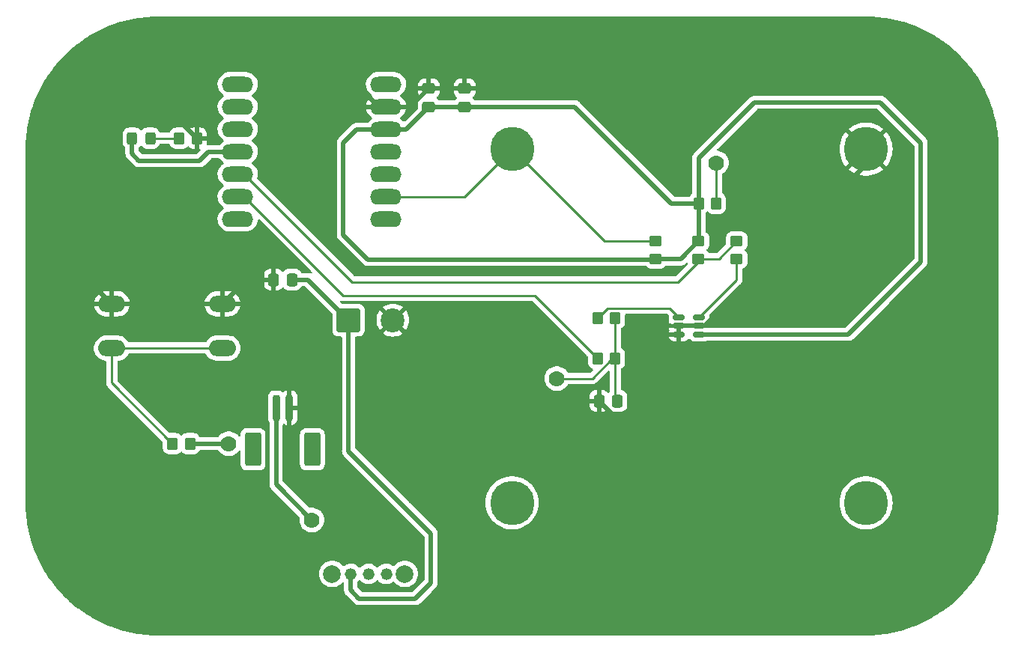
<source format=gbr>
%TF.GenerationSoftware,KiCad,Pcbnew,7.0.9*%
%TF.CreationDate,2024-02-02T14:12:30-08:00*%
%TF.ProjectId,Sensing Device,53656e73-696e-4672-9044-65766963652e,rev?*%
%TF.SameCoordinates,Original*%
%TF.FileFunction,Copper,L1,Top*%
%TF.FilePolarity,Positive*%
%FSLAX46Y46*%
G04 Gerber Fmt 4.6, Leading zero omitted, Abs format (unit mm)*
G04 Created by KiCad (PCBNEW 7.0.9) date 2024-02-02 14:12:30*
%MOMM*%
%LPD*%
G01*
G04 APERTURE LIST*
G04 Aperture macros list*
%AMRoundRect*
0 Rectangle with rounded corners*
0 $1 Rounding radius*
0 $2 $3 $4 $5 $6 $7 $8 $9 X,Y pos of 4 corners*
0 Add a 4 corners polygon primitive as box body*
4,1,4,$2,$3,$4,$5,$6,$7,$8,$9,$2,$3,0*
0 Add four circle primitives for the rounded corners*
1,1,$1+$1,$2,$3*
1,1,$1+$1,$4,$5*
1,1,$1+$1,$6,$7*
1,1,$1+$1,$8,$9*
0 Add four rect primitives between the rounded corners*
20,1,$1+$1,$2,$3,$4,$5,0*
20,1,$1+$1,$4,$5,$6,$7,0*
20,1,$1+$1,$6,$7,$8,$9,0*
20,1,$1+$1,$8,$9,$2,$3,0*%
G04 Aperture macros list end*
%TA.AperFunction,SMDPad,CuDef*%
%ADD10RoundRect,0.250000X0.325000X0.450000X-0.325000X0.450000X-0.325000X-0.450000X0.325000X-0.450000X0*%
%TD*%
%TA.AperFunction,ComponentPad*%
%ADD11O,3.556000X1.778000*%
%TD*%
%TA.AperFunction,ComponentPad*%
%ADD12RoundRect,0.250001X-1.099999X-1.099999X1.099999X-1.099999X1.099999X1.099999X-1.099999X1.099999X0*%
%TD*%
%TA.AperFunction,ComponentPad*%
%ADD13C,2.700000*%
%TD*%
%TA.AperFunction,SMDPad,CuDef*%
%ADD14RoundRect,0.150000X-0.512500X-0.150000X0.512500X-0.150000X0.512500X0.150000X-0.512500X0.150000X0*%
%TD*%
%TA.AperFunction,ComponentPad*%
%ADD15O,3.048000X1.850000*%
%TD*%
%TA.AperFunction,SMDPad,CuDef*%
%ADD16RoundRect,0.250000X0.337500X0.475000X-0.337500X0.475000X-0.337500X-0.475000X0.337500X-0.475000X0*%
%TD*%
%TA.AperFunction,SMDPad,CuDef*%
%ADD17RoundRect,0.250000X-0.350000X-0.450000X0.350000X-0.450000X0.350000X0.450000X-0.350000X0.450000X0*%
%TD*%
%TA.AperFunction,SMDPad,CuDef*%
%ADD18RoundRect,0.250000X0.450000X-0.350000X0.450000X0.350000X-0.450000X0.350000X-0.450000X-0.350000X0*%
%TD*%
%TA.AperFunction,SMDPad,CuDef*%
%ADD19RoundRect,0.250000X0.475000X-0.337500X0.475000X0.337500X-0.475000X0.337500X-0.475000X-0.337500X0*%
%TD*%
%TA.AperFunction,SMDPad,CuDef*%
%ADD20RoundRect,0.250000X-0.650000X-1.650000X0.650000X-1.650000X0.650000X1.650000X-0.650000X1.650000X0*%
%TD*%
%TA.AperFunction,SMDPad,CuDef*%
%ADD21RoundRect,0.200000X-0.200000X-1.250000X0.200000X-1.250000X0.200000X1.250000X-0.200000X1.250000X0*%
%TD*%
%TA.AperFunction,ComponentPad*%
%ADD22C,1.320800*%
%TD*%
%TA.AperFunction,ComponentPad*%
%ADD23C,2.006600*%
%TD*%
%TA.AperFunction,SMDPad,CuDef*%
%ADD24RoundRect,0.250000X-0.450000X0.350000X-0.450000X-0.350000X0.450000X-0.350000X0.450000X0.350000X0*%
%TD*%
%TA.AperFunction,SMDPad,CuDef*%
%ADD25RoundRect,0.250000X0.350000X0.450000X-0.350000X0.450000X-0.350000X-0.450000X0.350000X-0.450000X0*%
%TD*%
%TA.AperFunction,ComponentPad*%
%ADD26C,5.000000*%
%TD*%
%TA.AperFunction,ViaPad*%
%ADD27C,1.778000*%
%TD*%
%TA.AperFunction,ViaPad*%
%ADD28C,5.000000*%
%TD*%
%TA.AperFunction,Conductor*%
%ADD29C,0.500000*%
%TD*%
%TA.AperFunction,Conductor*%
%ADD30C,0.254000*%
%TD*%
G04 APERTURE END LIST*
D10*
%TO.P,D1,1,K*%
%TO.N,Net-(D1-K)*%
X69097000Y-48768000D03*
%TO.P,D1,2,A*%
%TO.N,/LED*%
X67047000Y-48768000D03*
%TD*%
D11*
%TO.P,U1,1,GPIO1_A0_D0*%
%TO.N,/Button*%
X78994000Y-42672000D03*
%TO.P,U1,2,GPIO2_A1_D1*%
%TO.N,unconnected-(U1-GPIO2_A1_D1-Pad2)*%
X78994000Y-45212000D03*
%TO.P,U1,3,GPIO3_A2_D2*%
%TO.N,unconnected-(U1-GPIO3_A2_D2-Pad3)*%
X78994000Y-47752000D03*
%TO.P,U1,4,GPIO4_A3_D3*%
%TO.N,/LED*%
X78994000Y-50292000D03*
%TO.P,U1,5,GPIO4_A3_D3_SDA*%
%TO.N,/SDA_XIAO*%
X78994000Y-52832000D03*
%TO.P,U1,6,GPIO6_A5_D5_SCL*%
%TO.N,/SCL_XIAO*%
X78994000Y-55372000D03*
%TO.P,U1,7,GPIO43_TX_D6*%
%TO.N,unconnected-(U1-GPIO43_TX_D6-Pad7)*%
X78994000Y-57912000D03*
%TO.P,U1,8,5V*%
%TO.N,unconnected-(U1-5V-Pad8)*%
X95758000Y-42672000D03*
%TO.P,U1,9,GND*%
%TO.N,GND*%
X95758000Y-45212000D03*
%TO.P,U1,10,3V3*%
%TO.N,/3V3*%
X95758000Y-47752000D03*
%TO.P,U1,11,GPIO9_A10_D10_COPI*%
%TO.N,unconnected-(U1-GPIO9_A10_D10_COPI-Pad11)*%
X95758000Y-50292000D03*
%TO.P,U1,12,GPIO8_A9_D9_CIPO*%
%TO.N,unconnected-(U1-GPIO8_A9_D9_CIPO-Pad12)*%
X95758000Y-52832000D03*
%TO.P,U1,13,GPIO7_A8_D8_SCK*%
%TO.N,/Id*%
X95758000Y-55372000D03*
%TO.P,U1,14,GPIO44_D7_RX*%
%TO.N,unconnected-(U1-GPIO44_D7_RX-Pad14)*%
X95758000Y-57912000D03*
%TD*%
D12*
%TO.P,J1,1,Pin_1*%
%TO.N,VCC*%
X91520000Y-69342000D03*
D13*
%TO.P,J1,2,Pin_2*%
%TO.N,GND*%
X96520000Y-69342000D03*
%TD*%
D14*
%TO.P,U2,1,SCL/INT*%
%TO.N,/SCL_TLV*%
X128862500Y-69050000D03*
%TO.P,U2,2,GND*%
%TO.N,GND*%
X128862500Y-70000000D03*
%TO.P,U2,3,GND*%
X128862500Y-70950000D03*
%TO.P,U2,4,VDD*%
%TO.N,/3V3*%
X131137500Y-70950000D03*
%TO.P,U2,5,GND*%
%TO.N,GND*%
X131137500Y-70000000D03*
%TO.P,U2,6,SDA/ADDR*%
%TO.N,/SDA_TLV*%
X131137500Y-69050000D03*
%TD*%
D15*
%TO.P,SW1,2,B*%
%TO.N,/Button*%
X77260000Y-72500000D03*
X64760000Y-72500000D03*
%TO.P,SW1,1,A*%
%TO.N,GND*%
X77260000Y-67500000D03*
X64760000Y-67500000D03*
%TD*%
D16*
%TO.P,C4,1*%
%TO.N,VCC*%
X85133000Y-64770000D03*
%TO.P,C4,2*%
%TO.N,GND*%
X83058000Y-64770000D03*
%TD*%
D17*
%TO.P,R7,1*%
%TO.N,/SCL_TLV*%
X119666000Y-69088000D03*
%TO.P,R7,2*%
%TO.N,Net-(C1-Pad1)*%
X121666000Y-69088000D03*
%TD*%
D18*
%TO.P,R5,1*%
%TO.N,/SDA_TLV*%
X135382000Y-62415400D03*
%TO.P,R5,2*%
%TO.N,/SDA_XIAO*%
X135382000Y-60415400D03*
%TD*%
D19*
%TO.P,C3,1*%
%TO.N,/3V3*%
X100584000Y-45212000D03*
%TO.P,C3,2*%
%TO.N,GND*%
X100584000Y-43137000D03*
%TD*%
D20*
%TO.P,BT1,MP*%
%TO.N,N/C*%
X87424000Y-83945000D03*
X80724000Y-83945000D03*
D21*
%TO.P,BT1,2,-*%
%TO.N,GND*%
X84824000Y-79245000D03*
%TO.P,BT1,1,+*%
%TO.N,Net-(BT1-+)*%
X83324000Y-79245000D03*
%TD*%
D22*
%TO.P,SW2,1,A*%
%TO.N,VCC*%
X91764099Y-98044000D03*
%TO.P,SW2,2,B*%
%TO.N,Net-(BT1-+)*%
X93764100Y-98044000D03*
%TO.P,SW2,3,C*%
%TO.N,unconnected-(SW2-C-Pad3)*%
X95764101Y-98044000D03*
D23*
%TO.P,SW2,4*%
%TO.N,N/C*%
X89662000Y-98044000D03*
%TO.P,SW2,5*%
X97866200Y-98044000D03*
%TD*%
D17*
%TO.P,R8,1*%
%TO.N,/SCL_XIAO*%
X119666000Y-73660000D03*
%TO.P,R8,2*%
%TO.N,Net-(C1-Pad1)*%
X121666000Y-73660000D03*
%TD*%
D24*
%TO.P,R3,1*%
%TO.N,/Id*%
X126238000Y-60415400D03*
%TO.P,R3,2*%
%TO.N,/3V3*%
X126238000Y-62415400D03*
%TD*%
D17*
%TO.P,R1,1*%
%TO.N,/Button*%
X71628000Y-83312000D03*
%TO.P,R1,2*%
%TO.N,/3V3*%
X73628000Y-83312000D03*
%TD*%
D16*
%TO.P,C1,1*%
%TO.N,Net-(C1-Pad1)*%
X121920000Y-78486000D03*
%TO.P,C1,2*%
%TO.N,GND*%
X119845000Y-78486000D03*
%TD*%
D25*
%TO.P,R6,1*%
%TO.N,Net-(C1-Pad1)*%
X133080000Y-56134000D03*
%TO.P,R6,2*%
%TO.N,/3V3*%
X131080000Y-56134000D03*
%TD*%
D17*
%TO.P,R2,1*%
%TO.N,Net-(D1-K)*%
X72390000Y-48768000D03*
%TO.P,R2,2*%
%TO.N,GND*%
X74390000Y-48768000D03*
%TD*%
D18*
%TO.P,R4,1*%
%TO.N,/SDA_XIAO*%
X131064000Y-62415400D03*
%TO.P,R4,2*%
%TO.N,/3V3*%
X131064000Y-60415400D03*
%TD*%
D26*
%TO.P,J2,1,Pin_1*%
%TO.N,/Id*%
X110000000Y-50000000D03*
%TO.P,J2,2,Pin_2*%
%TO.N,GND*%
X150000000Y-50000000D03*
%TO.P,J2,3*%
%TO.N,N/C*%
X110000000Y-90000000D03*
%TO.P,J2,4*%
X150000000Y-90000000D03*
%TD*%
D19*
%TO.P,C2,1*%
%TO.N,/3V3*%
X104648000Y-45212000D03*
%TO.P,C2,2*%
%TO.N,GND*%
X104648000Y-43137000D03*
%TD*%
D27*
%TO.N,Net-(BT1-+)*%
X87376000Y-91948000D03*
%TO.N,GND*%
X84074000Y-72898000D03*
D28*
X62930000Y-42930000D03*
X62930000Y-97070000D03*
X157070000Y-97070000D03*
X157070000Y-42930000D03*
D27*
%TO.N,/3V3*%
X77978000Y-83312000D03*
%TO.N,Net-(C1-Pad1)*%
X133096000Y-51562000D03*
X115062000Y-75946000D03*
%TD*%
D29*
%TO.N,Net-(BT1-+)*%
X83324000Y-79245000D02*
X83324000Y-87896000D01*
X83324000Y-87896000D02*
X87376000Y-91948000D01*
%TO.N,GND*%
X84836000Y-77978000D02*
X84836000Y-73660000D01*
X84836000Y-73660000D02*
X84074000Y-72898000D01*
D30*
%TO.N,Net-(D1-K)*%
X72390000Y-48768000D02*
X69097000Y-48768000D01*
D29*
%TO.N,/LED*%
X79756000Y-50292000D02*
X75692000Y-50292000D01*
X74676000Y-51308000D02*
X67818000Y-51308000D01*
X75692000Y-50292000D02*
X74676000Y-51308000D01*
X67818000Y-51308000D02*
X67047000Y-50537000D01*
X67047000Y-50537000D02*
X67047000Y-48768000D01*
%TO.N,VCC*%
X91520000Y-69342000D02*
X91520000Y-84154000D01*
X91520000Y-84154000D02*
X100838000Y-93472000D01*
X91764099Y-99892099D02*
X91764099Y-98044000D01*
X100838000Y-93472000D02*
X100838000Y-99060000D01*
X100838000Y-99060000D02*
X99060000Y-100838000D01*
X99060000Y-100838000D02*
X92710000Y-100838000D01*
X92710000Y-100838000D02*
X91764099Y-99892099D01*
X91520000Y-69422000D02*
X91694000Y-69596000D01*
X91520000Y-69342000D02*
X91520000Y-69422000D01*
D30*
%TO.N,GND*%
X84824000Y-77990000D02*
X84836000Y-77978000D01*
X84824000Y-79245000D02*
X84824000Y-77990000D01*
%TO.N,/Button*%
X64760000Y-72500000D02*
X77260000Y-72500000D01*
D29*
%TO.N,GND*%
X83058000Y-64770000D02*
X79990000Y-64770000D01*
X79990000Y-64770000D02*
X77260000Y-67500000D01*
X77260000Y-67500000D02*
X64760000Y-67500000D01*
X64760000Y-67500000D02*
X62230000Y-64970000D01*
X62230000Y-64970000D02*
X62230000Y-49022000D01*
X65532000Y-45720000D02*
X71342000Y-45720000D01*
X62230000Y-49022000D02*
X65532000Y-45720000D01*
X71342000Y-45720000D02*
X74390000Y-48768000D01*
D30*
%TO.N,/Button*%
X64760000Y-72500000D02*
X64760000Y-76444000D01*
X64760000Y-76444000D02*
X71628000Y-83312000D01*
D29*
%TO.N,GND*%
X128862500Y-70000000D02*
X131137500Y-70000000D01*
X100584000Y-43137000D02*
X104648000Y-43137000D01*
X76454000Y-40894000D02*
X90678000Y-40894000D01*
X98509000Y-45212000D02*
X100584000Y-43137000D01*
X128862500Y-73255296D02*
X128862500Y-76369500D01*
X128862500Y-70950000D02*
X128862500Y-70000000D01*
X90678000Y-40894000D02*
X94996000Y-45212000D01*
X122385000Y-81026000D02*
X119845000Y-78486000D01*
X74390000Y-48768000D02*
X74390000Y-42958000D01*
X131137500Y-70000000D02*
X131799999Y-70000000D01*
X119845000Y-78486000D02*
X105664000Y-78486000D01*
X94996000Y-45212000D02*
X98509000Y-45212000D01*
D30*
X150000000Y-51799999D02*
X150000000Y-50000000D01*
D29*
X105664000Y-78486000D02*
X101346000Y-74168000D01*
X128862500Y-76369500D02*
X124206000Y-81026000D01*
X124206000Y-81026000D02*
X122385000Y-81026000D01*
X74390000Y-42958000D02*
X76454000Y-40894000D01*
X101346000Y-74168000D02*
X96520000Y-69342000D01*
X128862500Y-70950000D02*
X128862500Y-73255296D01*
X131799999Y-70000000D02*
X150000000Y-51799999D01*
%TO.N,VCC*%
X86948000Y-64770000D02*
X91520000Y-69342000D01*
X85133000Y-64770000D02*
X86948000Y-64770000D01*
X91764099Y-98014454D02*
X91764099Y-98044000D01*
D30*
%TO.N,/Id*%
X120415400Y-60415400D02*
X110000000Y-50000000D01*
X104628000Y-55372000D02*
X110000000Y-50000000D01*
X126238000Y-60415400D02*
X120415400Y-60415400D01*
X94996000Y-55372000D02*
X104628000Y-55372000D01*
D29*
%TO.N,/3V3*%
X94996000Y-47752000D02*
X92456000Y-47752000D01*
X156210000Y-62738000D02*
X147998000Y-70950000D01*
X137414000Y-44704000D02*
X151638000Y-44704000D01*
X147998000Y-70950000D02*
X131137500Y-70950000D01*
X156210000Y-49276000D02*
X156210000Y-62738000D01*
X131080000Y-56134000D02*
X131080000Y-60399400D01*
X104648000Y-45212000D02*
X117094000Y-45212000D01*
X90932000Y-49276000D02*
X90932000Y-59690000D01*
X126238000Y-62415400D02*
X129064000Y-62415400D01*
D30*
X125588180Y-62484000D02*
X125878790Y-62774610D01*
D29*
X129064000Y-62415400D02*
X131064000Y-60415400D01*
X131080000Y-51038000D02*
X137414000Y-44704000D01*
X93726000Y-62484000D02*
X125588180Y-62484000D01*
X92456000Y-47752000D02*
X90932000Y-49276000D01*
X94996000Y-47752000D02*
X98044000Y-47752000D01*
X151638000Y-44704000D02*
X156210000Y-49276000D01*
X100584000Y-45212000D02*
X104648000Y-45212000D01*
X90932000Y-59690000D02*
X93726000Y-62484000D01*
X131080000Y-56134000D02*
X131080000Y-51038000D01*
X98044000Y-47752000D02*
X100584000Y-45212000D01*
X117094000Y-45212000D02*
X128016000Y-56134000D01*
X73628000Y-83312000D02*
X77978000Y-83312000D01*
D30*
X131080000Y-60399400D02*
X131064000Y-60415400D01*
D29*
X128016000Y-56134000D02*
X131080000Y-56134000D01*
D30*
%TO.N,/SDA_XIAO*%
X91948000Y-65024000D02*
X128778000Y-65024000D01*
X131064000Y-62738000D02*
X131064000Y-62415400D01*
X79756000Y-52832000D02*
X91948000Y-65024000D01*
X128778000Y-65024000D02*
X131064000Y-62738000D01*
X133382000Y-62415400D02*
X135382000Y-60415400D01*
X131064000Y-62415400D02*
X133382000Y-62415400D01*
%TO.N,/SDA_TLV*%
X135382000Y-64805500D02*
X135382000Y-62415400D01*
X131137500Y-69050000D02*
X135382000Y-64805500D01*
%TO.N,/SCL_TLV*%
X127819500Y-68007000D02*
X120747000Y-68007000D01*
X128862500Y-69050000D02*
X127819500Y-68007000D01*
X120747000Y-68007000D02*
X119666000Y-69088000D01*
%TO.N,/SCL_XIAO*%
X112554000Y-66548000D02*
X119666000Y-73660000D01*
X90932000Y-66548000D02*
X112554000Y-66548000D01*
X79756000Y-55372000D02*
X90932000Y-66548000D01*
%TO.N,Net-(C1-Pad1)*%
X121666000Y-78232000D02*
X121920000Y-78486000D01*
X121666000Y-75946000D02*
X121666000Y-78232000D01*
X121666000Y-69088000D02*
X121666000Y-75946000D01*
X119079296Y-75946000D02*
X121158000Y-73867296D01*
X133096000Y-51562000D02*
X133080000Y-51578000D01*
X115062000Y-75946000D02*
X119079296Y-75946000D01*
X133080000Y-51578000D02*
X133080000Y-56134000D01*
%TD*%
%TA.AperFunction,Conductor*%
%TO.N,GND*%
G36*
X150594655Y-35015569D02*
G01*
X150661539Y-35017321D01*
X150760974Y-35019925D01*
X150764057Y-35020082D01*
X151226961Y-35055334D01*
X151531278Y-35079285D01*
X151534141Y-35079580D01*
X151953418Y-35132978D01*
X151966986Y-35134707D01*
X152297403Y-35178207D01*
X152300198Y-35178641D01*
X152718380Y-35253592D01*
X153057405Y-35316428D01*
X153060090Y-35316988D01*
X153467218Y-35411464D01*
X153467511Y-35411532D01*
X153810573Y-35493894D01*
X154210073Y-35608205D01*
X154524915Y-35701465D01*
X154552220Y-35709554D01*
X154942874Y-35843084D01*
X155281773Y-35963094D01*
X155494361Y-36048012D01*
X155663321Y-36115503D01*
X155997281Y-36253833D01*
X156239396Y-36365078D01*
X156369344Y-36424786D01*
X156696848Y-36580997D01*
X157058864Y-36770098D01*
X157378634Y-36943720D01*
X157729839Y-37150462D01*
X158040835Y-37341041D01*
X158380576Y-37564950D01*
X158573508Y-37697548D01*
X158681655Y-37771876D01*
X158681661Y-37771879D01*
X159009233Y-38012420D01*
X159009254Y-38012435D01*
X159204406Y-38162179D01*
X159299423Y-38235089D01*
X159614233Y-38491783D01*
X159892485Y-38729432D01*
X160043480Y-38865852D01*
X160193783Y-39001646D01*
X160459307Y-39253619D01*
X160746374Y-39540686D01*
X160998368Y-39806232D01*
X161270547Y-40107493D01*
X161387681Y-40244639D01*
X161508225Y-40385776D01*
X161764900Y-40700563D01*
X161987545Y-40990720D01*
X162114501Y-41163610D01*
X162228123Y-41318343D01*
X162435060Y-41619439D01*
X162658944Y-41959143D01*
X162849561Y-42270201D01*
X163056264Y-42621340D01*
X163229960Y-42941248D01*
X163418979Y-43303107D01*
X163575266Y-43630769D01*
X163746143Y-44002667D01*
X163884534Y-44336772D01*
X164036894Y-44718199D01*
X164156960Y-45057254D01*
X164290431Y-45447738D01*
X164391834Y-45790066D01*
X164506099Y-46189403D01*
X164588512Y-46532680D01*
X164682995Y-46939844D01*
X164683562Y-46942560D01*
X164746493Y-47282099D01*
X164821346Y-47699734D01*
X164821788Y-47702580D01*
X164865337Y-48033365D01*
X164882141Y-48165302D01*
X164919797Y-48460974D01*
X164920409Y-48465775D01*
X164920715Y-48468744D01*
X164944730Y-48773886D01*
X164979914Y-49235918D01*
X164980072Y-49239003D01*
X164984501Y-49408128D01*
X164999500Y-50000000D01*
X164999500Y-90000000D01*
X164984455Y-90593661D01*
X164980073Y-90760974D01*
X164979915Y-90764059D01*
X164944687Y-91226677D01*
X164920717Y-91531233D01*
X164920411Y-91534202D01*
X164865292Y-91966986D01*
X164821795Y-92297377D01*
X164821353Y-92300223D01*
X164746434Y-92718227D01*
X164683572Y-93057395D01*
X164683005Y-93060111D01*
X164588467Y-93467511D01*
X164506105Y-93810572D01*
X164391793Y-94210075D01*
X164290445Y-94552220D01*
X164156915Y-94942874D01*
X164036904Y-95281775D01*
X163884496Y-95663321D01*
X163746162Y-95997291D01*
X163575213Y-96369344D01*
X163419002Y-96696848D01*
X163229918Y-97058831D01*
X163056279Y-97378634D01*
X162849537Y-97729839D01*
X162658958Y-98040835D01*
X162435049Y-98380576D01*
X162228118Y-98681663D01*
X161987556Y-99009265D01*
X161764910Y-99299423D01*
X161508216Y-99614233D01*
X161270566Y-99892486D01*
X160998353Y-100193783D01*
X160746380Y-100459307D01*
X160459313Y-100746374D01*
X160193767Y-100998368D01*
X159892506Y-101270547D01*
X159614207Y-101508238D01*
X159299436Y-101764900D01*
X159009272Y-101987551D01*
X158681656Y-102228123D01*
X158380560Y-102435060D01*
X158040856Y-102658944D01*
X157729798Y-102849561D01*
X157378659Y-103056264D01*
X157058751Y-103229960D01*
X156696892Y-103418979D01*
X156369230Y-103575266D01*
X155997332Y-103746143D01*
X155663227Y-103884534D01*
X155281800Y-104036894D01*
X154942745Y-104156960D01*
X154552261Y-104290431D01*
X154209933Y-104391834D01*
X153810596Y-104506099D01*
X153467319Y-104588512D01*
X153060154Y-104682995D01*
X153057438Y-104683562D01*
X152717900Y-104746493D01*
X152300264Y-104821346D01*
X152297418Y-104821788D01*
X151966634Y-104865337D01*
X151586008Y-104913813D01*
X151534218Y-104920409D01*
X151531254Y-104920715D01*
X151226113Y-104944730D01*
X150764080Y-104979914D01*
X150760995Y-104980072D01*
X150591871Y-104984501D01*
X150000000Y-104999500D01*
X70000000Y-104999500D01*
X69406338Y-104984455D01*
X69239024Y-104980073D01*
X69235939Y-104979915D01*
X68773322Y-104944687D01*
X68468765Y-104920717D01*
X68465796Y-104920411D01*
X68033013Y-104865292D01*
X67702621Y-104821795D01*
X67699775Y-104821353D01*
X67281772Y-104746434D01*
X66942603Y-104683572D01*
X66939887Y-104683005D01*
X66532488Y-104588467D01*
X66189427Y-104506105D01*
X65789924Y-104391793D01*
X65447779Y-104290445D01*
X65057125Y-104156915D01*
X64718224Y-104036904D01*
X64336678Y-103884496D01*
X64002708Y-103746162D01*
X63630655Y-103575213D01*
X63303151Y-103419002D01*
X62941168Y-103229918D01*
X62621365Y-103056279D01*
X62270160Y-102849537D01*
X61959164Y-102658958D01*
X61619423Y-102435049D01*
X61318336Y-102228118D01*
X60990734Y-101987556D01*
X60990727Y-101987551D01*
X60932239Y-101942671D01*
X60700576Y-101764910D01*
X60385766Y-101508216D01*
X60185614Y-101337270D01*
X60107517Y-101270569D01*
X59913508Y-101095289D01*
X59806216Y-100998353D01*
X59540692Y-100746380D01*
X59253625Y-100459313D01*
X59031044Y-100224762D01*
X59001625Y-100193760D01*
X58729452Y-99892506D01*
X58643108Y-99791411D01*
X58491772Y-99614219D01*
X58235089Y-99299423D01*
X58208188Y-99264365D01*
X58012437Y-99009257D01*
X58001143Y-98993877D01*
X57771875Y-98681654D01*
X57564939Y-98380560D01*
X57341055Y-98040856D01*
X57150438Y-97729798D01*
X56943735Y-97378659D01*
X56829852Y-97168913D01*
X56770051Y-97058773D01*
X56581020Y-96696892D01*
X56504064Y-96535550D01*
X56424750Y-96369267D01*
X56253856Y-95997331D01*
X56115471Y-95663241D01*
X55963104Y-95281798D01*
X55843085Y-94942874D01*
X55843047Y-94942767D01*
X55709568Y-94552261D01*
X55709556Y-94552220D01*
X55608176Y-94209972D01*
X55493894Y-93810572D01*
X55411500Y-93467375D01*
X55316998Y-93060134D01*
X55316436Y-93057438D01*
X55304278Y-92991838D01*
X55253514Y-92717946D01*
X55178646Y-92300223D01*
X55178216Y-92297458D01*
X55134658Y-91966605D01*
X55079579Y-91534135D01*
X55079290Y-91531327D01*
X55055278Y-91226223D01*
X55020082Y-90764054D01*
X55019928Y-90761050D01*
X55015513Y-90592466D01*
X55000500Y-90000000D01*
X55000500Y-89999500D01*
X55000500Y-72439281D01*
X62731635Y-72439281D01*
X62741933Y-72681715D01*
X62741933Y-72681719D01*
X62793056Y-72918929D01*
X62793057Y-72918932D01*
X62876867Y-73127500D01*
X62883532Y-73144086D01*
X62909639Y-73186486D01*
X63010757Y-73350713D01*
X63171075Y-73532869D01*
X63171079Y-73532873D01*
X63359870Y-73685311D01*
X63571709Y-73803652D01*
X63571712Y-73803653D01*
X63800507Y-73884491D01*
X63800513Y-73884492D01*
X64029456Y-73923749D01*
X64092205Y-73954480D01*
X64128377Y-74014257D01*
X64132500Y-74045965D01*
X64132500Y-76361032D01*
X64130772Y-76376681D01*
X64131054Y-76376708D01*
X64130319Y-76384475D01*
X64132500Y-76453859D01*
X64132500Y-76483477D01*
X64133371Y-76490380D01*
X64133829Y-76496199D01*
X64135298Y-76542942D01*
X64140916Y-76562275D01*
X64144862Y-76581329D01*
X64147383Y-76601287D01*
X64147386Y-76601299D01*
X64164595Y-76644765D01*
X64166487Y-76650293D01*
X64179530Y-76695187D01*
X64179530Y-76695188D01*
X64189777Y-76712515D01*
X64198335Y-76729985D01*
X64205745Y-76748701D01*
X64233229Y-76786529D01*
X64236437Y-76791413D01*
X64260234Y-76831652D01*
X64260240Y-76831660D01*
X64274469Y-76845888D01*
X64287109Y-76860687D01*
X64298934Y-76876964D01*
X64298936Y-76876965D01*
X64298937Y-76876967D01*
X64334957Y-76906765D01*
X64339268Y-76910687D01*
X67980153Y-80551572D01*
X70491181Y-83062600D01*
X70524666Y-83123923D01*
X70527500Y-83150281D01*
X70527500Y-83812001D01*
X70527501Y-83812019D01*
X70538000Y-83914796D01*
X70538001Y-83914799D01*
X70593185Y-84081331D01*
X70593187Y-84081336D01*
X70602448Y-84096350D01*
X70685288Y-84230656D01*
X70809344Y-84354712D01*
X70958666Y-84446814D01*
X71125203Y-84501999D01*
X71227991Y-84512500D01*
X72028008Y-84512499D01*
X72028016Y-84512498D01*
X72028019Y-84512498D01*
X72084302Y-84506748D01*
X72130797Y-84501999D01*
X72297334Y-84446814D01*
X72446656Y-84354712D01*
X72540319Y-84261049D01*
X72601642Y-84227564D01*
X72671334Y-84232548D01*
X72715681Y-84261049D01*
X72809344Y-84354712D01*
X72958666Y-84446814D01*
X73125203Y-84501999D01*
X73227991Y-84512500D01*
X74028008Y-84512499D01*
X74028016Y-84512498D01*
X74028019Y-84512498D01*
X74084302Y-84506748D01*
X74130797Y-84501999D01*
X74297334Y-84446814D01*
X74446656Y-84354712D01*
X74570712Y-84230656D01*
X74638099Y-84121402D01*
X74690047Y-84074679D01*
X74743638Y-84062500D01*
X76741455Y-84062500D01*
X76808494Y-84082185D01*
X76845264Y-84118679D01*
X76877728Y-84168370D01*
X76894661Y-84186764D01*
X77033692Y-84337792D01*
X77215411Y-84479229D01*
X77417931Y-84588828D01*
X77516466Y-84622655D01*
X77635725Y-84663597D01*
X77635727Y-84663597D01*
X77635729Y-84663598D01*
X77862863Y-84701500D01*
X77862864Y-84701500D01*
X78093136Y-84701500D01*
X78093137Y-84701500D01*
X78320271Y-84663598D01*
X78538069Y-84588828D01*
X78740589Y-84479229D01*
X78922308Y-84337792D01*
X79078269Y-84168373D01*
X79095691Y-84141705D01*
X79148836Y-84096350D01*
X79218067Y-84086925D01*
X79281403Y-84116425D01*
X79318736Y-84175485D01*
X79323500Y-84209527D01*
X79323500Y-85645001D01*
X79323501Y-85645018D01*
X79334000Y-85747796D01*
X79334001Y-85747799D01*
X79389185Y-85914331D01*
X79389186Y-85914334D01*
X79481288Y-86063656D01*
X79605344Y-86187712D01*
X79754666Y-86279814D01*
X79921203Y-86334999D01*
X80023991Y-86345500D01*
X81424008Y-86345499D01*
X81526797Y-86334999D01*
X81693334Y-86279814D01*
X81842656Y-86187712D01*
X81966712Y-86063656D01*
X82058814Y-85914334D01*
X82113999Y-85747797D01*
X82124500Y-85645009D01*
X82124499Y-82244992D01*
X82113999Y-82142203D01*
X82058814Y-81975666D01*
X81966712Y-81826344D01*
X81842656Y-81702288D01*
X81693334Y-81610186D01*
X81526797Y-81555001D01*
X81526795Y-81555000D01*
X81424010Y-81544500D01*
X80023998Y-81544500D01*
X80023981Y-81544501D01*
X79921203Y-81555000D01*
X79921200Y-81555001D01*
X79754668Y-81610185D01*
X79754663Y-81610187D01*
X79605342Y-81702289D01*
X79481289Y-81826342D01*
X79389187Y-81975663D01*
X79389186Y-81975666D01*
X79334001Y-82142203D01*
X79334001Y-82142204D01*
X79334000Y-82142204D01*
X79323500Y-82244983D01*
X79323500Y-82414471D01*
X79303815Y-82481510D01*
X79251011Y-82527265D01*
X79181853Y-82537209D01*
X79118297Y-82508184D01*
X79095692Y-82482294D01*
X79078270Y-82455628D01*
X79023780Y-82396436D01*
X78922308Y-82286208D01*
X78854036Y-82233070D01*
X78740591Y-82144772D01*
X78538069Y-82035172D01*
X78538061Y-82035169D01*
X78320274Y-81960402D01*
X78149920Y-81931975D01*
X78093137Y-81922500D01*
X77862863Y-81922500D01*
X77817436Y-81930080D01*
X77635725Y-81960402D01*
X77417938Y-82035169D01*
X77417930Y-82035172D01*
X77215408Y-82144772D01*
X77033694Y-82286206D01*
X77033689Y-82286211D01*
X76877728Y-82455629D01*
X76845264Y-82505321D01*
X76792117Y-82550678D01*
X76741455Y-82561500D01*
X74743638Y-82561500D01*
X74676599Y-82541815D01*
X74638099Y-82502597D01*
X74570712Y-82393344D01*
X74446656Y-82269288D01*
X74297334Y-82177186D01*
X74130797Y-82122001D01*
X74130795Y-82122000D01*
X74028010Y-82111500D01*
X73227998Y-82111500D01*
X73227980Y-82111501D01*
X73125203Y-82122000D01*
X73125200Y-82122001D01*
X72958668Y-82177185D01*
X72958663Y-82177187D01*
X72809342Y-82269289D01*
X72715681Y-82362951D01*
X72654358Y-82396436D01*
X72584666Y-82391452D01*
X72540319Y-82362951D01*
X72446657Y-82269289D01*
X72446656Y-82269288D01*
X72297334Y-82177186D01*
X72130797Y-82122001D01*
X72130795Y-82122000D01*
X72028016Y-82111500D01*
X72028009Y-82111500D01*
X71366281Y-82111500D01*
X71299242Y-82091815D01*
X71278600Y-82075181D01*
X69755032Y-80551613D01*
X82423500Y-80551613D01*
X82429913Y-80622192D01*
X82429913Y-80622194D01*
X82429914Y-80622196D01*
X82480522Y-80784606D01*
X82555617Y-80908829D01*
X82573500Y-80972976D01*
X82573500Y-87832294D01*
X82572191Y-87850263D01*
X82568710Y-87874025D01*
X82573264Y-87926064D01*
X82573500Y-87931470D01*
X82573500Y-87939709D01*
X82577306Y-87972274D01*
X82584000Y-88048791D01*
X82585461Y-88055867D01*
X82585403Y-88055878D01*
X82587034Y-88063237D01*
X82587092Y-88063224D01*
X82588757Y-88070250D01*
X82615025Y-88142424D01*
X82639185Y-88215331D01*
X82642236Y-88221874D01*
X82642182Y-88221898D01*
X82645470Y-88228688D01*
X82645521Y-88228663D01*
X82648761Y-88235113D01*
X82648762Y-88235114D01*
X82648763Y-88235117D01*
X82690965Y-88299283D01*
X82731287Y-88364655D01*
X82735766Y-88370319D01*
X82735719Y-88370356D01*
X82740482Y-88376202D01*
X82740528Y-88376164D01*
X82745173Y-88381700D01*
X82801018Y-88434386D01*
X85967985Y-91601352D01*
X86001470Y-91662675D01*
X86000618Y-91713287D01*
X86001598Y-91713451D01*
X86000753Y-91718513D01*
X85981738Y-91947994D01*
X85981738Y-91948005D01*
X86000753Y-92177484D01*
X86057282Y-92400714D01*
X86149782Y-92611594D01*
X86275728Y-92804370D01*
X86275731Y-92804373D01*
X86431692Y-92973792D01*
X86613411Y-93115229D01*
X86815931Y-93224828D01*
X86929025Y-93263653D01*
X87033725Y-93299597D01*
X87033727Y-93299597D01*
X87033729Y-93299598D01*
X87260863Y-93337500D01*
X87260864Y-93337500D01*
X87491136Y-93337500D01*
X87491137Y-93337500D01*
X87718271Y-93299598D01*
X87936069Y-93224828D01*
X88138589Y-93115229D01*
X88320308Y-92973792D01*
X88476269Y-92804373D01*
X88602217Y-92611595D01*
X88694717Y-92400716D01*
X88751246Y-92177488D01*
X88768689Y-91966986D01*
X88770262Y-91948005D01*
X88770262Y-91947994D01*
X88751246Y-91718515D01*
X88751246Y-91718512D01*
X88694717Y-91495284D01*
X88602217Y-91284405D01*
X88476271Y-91091629D01*
X88449355Y-91062390D01*
X88320308Y-90922208D01*
X88252036Y-90869070D01*
X88138591Y-90780772D01*
X87936069Y-90671172D01*
X87936061Y-90671169D01*
X87718274Y-90596402D01*
X87547920Y-90567975D01*
X87491137Y-90558500D01*
X87260863Y-90558500D01*
X87260862Y-90558500D01*
X87141282Y-90578453D01*
X87071917Y-90570071D01*
X87033193Y-90543825D01*
X84110819Y-87621451D01*
X84077334Y-87560128D01*
X84074500Y-87533770D01*
X84074500Y-85645001D01*
X86023500Y-85645001D01*
X86023501Y-85645018D01*
X86034000Y-85747796D01*
X86034001Y-85747799D01*
X86089185Y-85914331D01*
X86089186Y-85914334D01*
X86181288Y-86063656D01*
X86305344Y-86187712D01*
X86454666Y-86279814D01*
X86621203Y-86334999D01*
X86723991Y-86345500D01*
X88124008Y-86345499D01*
X88226797Y-86334999D01*
X88393334Y-86279814D01*
X88542656Y-86187712D01*
X88666712Y-86063656D01*
X88758814Y-85914334D01*
X88813999Y-85747797D01*
X88824500Y-85645009D01*
X88824499Y-82244992D01*
X88813999Y-82142203D01*
X88758814Y-81975666D01*
X88666712Y-81826344D01*
X88542656Y-81702288D01*
X88393334Y-81610186D01*
X88226797Y-81555001D01*
X88226795Y-81555000D01*
X88124010Y-81544500D01*
X86723998Y-81544500D01*
X86723981Y-81544501D01*
X86621203Y-81555000D01*
X86621200Y-81555001D01*
X86454668Y-81610185D01*
X86454663Y-81610187D01*
X86305342Y-81702289D01*
X86181289Y-81826342D01*
X86089187Y-81975663D01*
X86089186Y-81975666D01*
X86034001Y-82142203D01*
X86034001Y-82142204D01*
X86034000Y-82142204D01*
X86023500Y-82244983D01*
X86023500Y-85645001D01*
X84074500Y-85645001D01*
X84074500Y-81200638D01*
X84094185Y-81133599D01*
X84146989Y-81087844D01*
X84216147Y-81077900D01*
X84262651Y-81094522D01*
X84334601Y-81138018D01*
X84334603Y-81138019D01*
X84496894Y-81188590D01*
X84496893Y-81188590D01*
X84567408Y-81194998D01*
X84567426Y-81194999D01*
X84573999Y-81194998D01*
X84574000Y-81194998D01*
X84574000Y-79495000D01*
X85074000Y-79495000D01*
X85074000Y-81194999D01*
X85080581Y-81194999D01*
X85151102Y-81188591D01*
X85151107Y-81188590D01*
X85313396Y-81138018D01*
X85458877Y-81050072D01*
X85579072Y-80929877D01*
X85667019Y-80784395D01*
X85717590Y-80622106D01*
X85724000Y-80551572D01*
X85724000Y-79495000D01*
X85074000Y-79495000D01*
X84574000Y-79495000D01*
X84574000Y-77295000D01*
X85074000Y-77295000D01*
X85074000Y-78995000D01*
X85723999Y-78995000D01*
X85723999Y-77938417D01*
X85717591Y-77867897D01*
X85717590Y-77867892D01*
X85667018Y-77705603D01*
X85579072Y-77560122D01*
X85458877Y-77439927D01*
X85313395Y-77351980D01*
X85313396Y-77351980D01*
X85151105Y-77301409D01*
X85151106Y-77301409D01*
X85080572Y-77295000D01*
X85074000Y-77295000D01*
X84574000Y-77295000D01*
X84573999Y-77294999D01*
X84567436Y-77295000D01*
X84567417Y-77295001D01*
X84496897Y-77301408D01*
X84496892Y-77301409D01*
X84334603Y-77351981D01*
X84189124Y-77439926D01*
X84162033Y-77467017D01*
X84100709Y-77500501D01*
X84031018Y-77495515D01*
X83986672Y-77467015D01*
X83959185Y-77439528D01*
X83813606Y-77351522D01*
X83651196Y-77300914D01*
X83651194Y-77300913D01*
X83651192Y-77300913D01*
X83601778Y-77296423D01*
X83580616Y-77294500D01*
X83067384Y-77294500D01*
X83048145Y-77296248D01*
X82996807Y-77300913D01*
X82834393Y-77351522D01*
X82688811Y-77439530D01*
X82568530Y-77559811D01*
X82480522Y-77705393D01*
X82429913Y-77867807D01*
X82423500Y-77938386D01*
X82423500Y-80551613D01*
X69755032Y-80551613D01*
X65423819Y-76220400D01*
X65390334Y-76159077D01*
X65387500Y-76132719D01*
X65387500Y-74042122D01*
X65407185Y-73975083D01*
X65459989Y-73929328D01*
X65500984Y-73918569D01*
X65520750Y-73916886D01*
X65600775Y-73910076D01*
X65600775Y-73910075D01*
X65600782Y-73910075D01*
X65835608Y-73848931D01*
X65835611Y-73848930D01*
X66056713Y-73748986D01*
X66056716Y-73748983D01*
X66056723Y-73748981D01*
X66257765Y-73613100D01*
X66432952Y-73445197D01*
X66577244Y-73250102D01*
X66604685Y-73195676D01*
X66652442Y-73144676D01*
X66715408Y-73127500D01*
X75304049Y-73127500D01*
X75371088Y-73147185D01*
X75409639Y-73186486D01*
X75510757Y-73350713D01*
X75671075Y-73532869D01*
X75671079Y-73532873D01*
X75859870Y-73685311D01*
X76071709Y-73803652D01*
X76071712Y-73803653D01*
X76300507Y-73884491D01*
X76300513Y-73884492D01*
X76539662Y-73925499D01*
X76539670Y-73925499D01*
X76539672Y-73925500D01*
X76539673Y-73925500D01*
X77919559Y-73925500D01*
X78100775Y-73910076D01*
X78100775Y-73910075D01*
X78100782Y-73910075D01*
X78335608Y-73848931D01*
X78335611Y-73848930D01*
X78556713Y-73748986D01*
X78556716Y-73748983D01*
X78556723Y-73748981D01*
X78757765Y-73613100D01*
X78932952Y-73445197D01*
X79077244Y-73250102D01*
X79186488Y-73033429D01*
X79257543Y-72801409D01*
X79288365Y-72560719D01*
X79286855Y-72525185D01*
X79278066Y-72318284D01*
X79278066Y-72318280D01*
X79252271Y-72198591D01*
X79226944Y-72081072D01*
X79136468Y-71855914D01*
X79009242Y-71649286D01*
X78848925Y-71467131D01*
X78848924Y-71467130D01*
X78848920Y-71467126D01*
X78660129Y-71314688D01*
X78448290Y-71196347D01*
X78219500Y-71115511D01*
X78219486Y-71115507D01*
X77980337Y-71074500D01*
X77980328Y-71074500D01*
X76600446Y-71074500D01*
X76600441Y-71074500D01*
X76419224Y-71089923D01*
X76419222Y-71089924D01*
X76184391Y-71151068D01*
X76184388Y-71151069D01*
X75963286Y-71251013D01*
X75963274Y-71251020D01*
X75762234Y-71386900D01*
X75762232Y-71386902D01*
X75587047Y-71554803D01*
X75587046Y-71554804D01*
X75442758Y-71749893D01*
X75442753Y-71749901D01*
X75415315Y-71804324D01*
X75367558Y-71855324D01*
X75304592Y-71872500D01*
X66715951Y-71872500D01*
X66648912Y-71852815D01*
X66610361Y-71813514D01*
X66569774Y-71747597D01*
X66509242Y-71649286D01*
X66348925Y-71467131D01*
X66348924Y-71467130D01*
X66348920Y-71467126D01*
X66160129Y-71314688D01*
X65948290Y-71196347D01*
X65719500Y-71115511D01*
X65719486Y-71115507D01*
X65480337Y-71074500D01*
X65480328Y-71074500D01*
X64100446Y-71074500D01*
X64100441Y-71074500D01*
X63919224Y-71089923D01*
X63919222Y-71089924D01*
X63684391Y-71151068D01*
X63684388Y-71151069D01*
X63463286Y-71251013D01*
X63463274Y-71251020D01*
X63262234Y-71386900D01*
X63262232Y-71386902D01*
X63087047Y-71554803D01*
X63087046Y-71554804D01*
X62942758Y-71749893D01*
X62833515Y-71966565D01*
X62833512Y-71966571D01*
X62762456Y-72198594D01*
X62731635Y-72439281D01*
X55000500Y-72439281D01*
X55000500Y-67249999D01*
X62756377Y-67249999D01*
X62756378Y-67250000D01*
X64159272Y-67250000D01*
X64136900Y-67297543D01*
X64106127Y-67458862D01*
X64116439Y-67622766D01*
X64157780Y-67750000D01*
X62757161Y-67750000D01*
X62793536Y-67918782D01*
X62793537Y-67918785D01*
X62883978Y-68143856D01*
X63011161Y-68350415D01*
X63171422Y-68532507D01*
X63171426Y-68532511D01*
X63360144Y-68684890D01*
X63360150Y-68684894D01*
X63571917Y-68803194D01*
X63800629Y-68884003D01*
X63800637Y-68884005D01*
X64039706Y-68924999D01*
X64039715Y-68925000D01*
X64510000Y-68925000D01*
X64510000Y-68104310D01*
X64518817Y-68109158D01*
X64677886Y-68150000D01*
X64800894Y-68150000D01*
X64922933Y-68134583D01*
X65010000Y-68100110D01*
X65010000Y-68925000D01*
X65419539Y-68925000D01*
X65600692Y-68909582D01*
X65835440Y-68848458D01*
X66056472Y-68748546D01*
X66056480Y-68748541D01*
X66257450Y-68612708D01*
X66257453Y-68612706D01*
X66432575Y-68444864D01*
X66432576Y-68444863D01*
X66576813Y-68249843D01*
X66686021Y-68033242D01*
X66757053Y-67801299D01*
X66763622Y-67750000D01*
X65360728Y-67750000D01*
X65383100Y-67702457D01*
X65413873Y-67541138D01*
X65403561Y-67377234D01*
X65362220Y-67250000D01*
X66762839Y-67250000D01*
X66762839Y-67249999D01*
X75256377Y-67249999D01*
X75256378Y-67250000D01*
X76659272Y-67250000D01*
X76636900Y-67297543D01*
X76606127Y-67458862D01*
X76616439Y-67622766D01*
X76657780Y-67750000D01*
X75257161Y-67750000D01*
X75293536Y-67918782D01*
X75293537Y-67918785D01*
X75383978Y-68143856D01*
X75511161Y-68350415D01*
X75671422Y-68532507D01*
X75671426Y-68532511D01*
X75860144Y-68684890D01*
X75860150Y-68684894D01*
X76071917Y-68803194D01*
X76300629Y-68884003D01*
X76300637Y-68884005D01*
X76539706Y-68924999D01*
X76539715Y-68925000D01*
X77010000Y-68925000D01*
X77010000Y-68104310D01*
X77018817Y-68109158D01*
X77177886Y-68150000D01*
X77300894Y-68150000D01*
X77422933Y-68134583D01*
X77510000Y-68100110D01*
X77510000Y-68925000D01*
X77919539Y-68925000D01*
X78100692Y-68909582D01*
X78335440Y-68848458D01*
X78556472Y-68748546D01*
X78556480Y-68748541D01*
X78757450Y-68612708D01*
X78757453Y-68612706D01*
X78932575Y-68444864D01*
X78932576Y-68444863D01*
X79076813Y-68249843D01*
X79186021Y-68033242D01*
X79257053Y-67801299D01*
X79263622Y-67750000D01*
X77860728Y-67750000D01*
X77883100Y-67702457D01*
X77913873Y-67541138D01*
X77903561Y-67377234D01*
X77862220Y-67250000D01*
X79262839Y-67250000D01*
X79226463Y-67081217D01*
X79226462Y-67081214D01*
X79136021Y-66856143D01*
X79008838Y-66649584D01*
X78848577Y-66467492D01*
X78848573Y-66467488D01*
X78659855Y-66315109D01*
X78659849Y-66315105D01*
X78448082Y-66196805D01*
X78219370Y-66115996D01*
X78219362Y-66115994D01*
X77980293Y-66075000D01*
X77510000Y-66075000D01*
X77510000Y-66895689D01*
X77501183Y-66890842D01*
X77342114Y-66850000D01*
X77219106Y-66850000D01*
X77097067Y-66865417D01*
X77010000Y-66899889D01*
X77010000Y-66075000D01*
X76600461Y-66075000D01*
X76419307Y-66090417D01*
X76184559Y-66151541D01*
X75963527Y-66251453D01*
X75963519Y-66251458D01*
X75762549Y-66387291D01*
X75762546Y-66387293D01*
X75587424Y-66555135D01*
X75587423Y-66555136D01*
X75443186Y-66750156D01*
X75333978Y-66966757D01*
X75262946Y-67198700D01*
X75256377Y-67249999D01*
X66762839Y-67249999D01*
X66726463Y-67081217D01*
X66726462Y-67081214D01*
X66636021Y-66856143D01*
X66508838Y-66649584D01*
X66348577Y-66467492D01*
X66348573Y-66467488D01*
X66159855Y-66315109D01*
X66159849Y-66315105D01*
X65948082Y-66196805D01*
X65719370Y-66115996D01*
X65719362Y-66115994D01*
X65480293Y-66075000D01*
X65010000Y-66075000D01*
X65010000Y-66895689D01*
X65001183Y-66890842D01*
X64842114Y-66850000D01*
X64719106Y-66850000D01*
X64597067Y-66865417D01*
X64510000Y-66899889D01*
X64510000Y-66075000D01*
X64100461Y-66075000D01*
X63919307Y-66090417D01*
X63684559Y-66151541D01*
X63463527Y-66251453D01*
X63463519Y-66251458D01*
X63262549Y-66387291D01*
X63262546Y-66387293D01*
X63087424Y-66555135D01*
X63087423Y-66555136D01*
X62943186Y-66750156D01*
X62833978Y-66966757D01*
X62762946Y-67198700D01*
X62756377Y-67249999D01*
X55000500Y-67249999D01*
X55000500Y-65020000D01*
X81970501Y-65020000D01*
X81970501Y-65294986D01*
X81980994Y-65397697D01*
X82036141Y-65564119D01*
X82036143Y-65564124D01*
X82128184Y-65713345D01*
X82252154Y-65837315D01*
X82401375Y-65929356D01*
X82401380Y-65929358D01*
X82567802Y-65984505D01*
X82567809Y-65984506D01*
X82670519Y-65994999D01*
X82807999Y-65994999D01*
X82808000Y-65994998D01*
X82808000Y-65020000D01*
X81970501Y-65020000D01*
X55000500Y-65020000D01*
X55000500Y-64520000D01*
X81970500Y-64520000D01*
X82808000Y-64520000D01*
X82808000Y-63545000D01*
X82670527Y-63545000D01*
X82670512Y-63545001D01*
X82567802Y-63555494D01*
X82401380Y-63610641D01*
X82401375Y-63610643D01*
X82252154Y-63702684D01*
X82128184Y-63826654D01*
X82036143Y-63975875D01*
X82036141Y-63975880D01*
X81980994Y-64142302D01*
X81980993Y-64142309D01*
X81970500Y-64245013D01*
X81970500Y-64520000D01*
X55000500Y-64520000D01*
X55000500Y-50000000D01*
X55015547Y-49406223D01*
X55019166Y-49268001D01*
X65971500Y-49268001D01*
X65971501Y-49268019D01*
X65982000Y-49370796D01*
X65982001Y-49370799D01*
X66037185Y-49537331D01*
X66037187Y-49537336D01*
X66048376Y-49555476D01*
X66107340Y-49651073D01*
X66129289Y-49686657D01*
X66258451Y-49815819D01*
X66256559Y-49817710D01*
X66289774Y-49864583D01*
X66296500Y-49904867D01*
X66296500Y-50473294D01*
X66295191Y-50491263D01*
X66291710Y-50515025D01*
X66296264Y-50567064D01*
X66296500Y-50572470D01*
X66296500Y-50580709D01*
X66300306Y-50613274D01*
X66307000Y-50689791D01*
X66308461Y-50696867D01*
X66308403Y-50696878D01*
X66310034Y-50704237D01*
X66310092Y-50704224D01*
X66311757Y-50711250D01*
X66338025Y-50783424D01*
X66362185Y-50856331D01*
X66365236Y-50862874D01*
X66365182Y-50862898D01*
X66368470Y-50869688D01*
X66368521Y-50869663D01*
X66371761Y-50876113D01*
X66371762Y-50876114D01*
X66371763Y-50876117D01*
X66413965Y-50940283D01*
X66454287Y-51005655D01*
X66458766Y-51011319D01*
X66458719Y-51011356D01*
X66463482Y-51017202D01*
X66463528Y-51017164D01*
X66468173Y-51022700D01*
X66524019Y-51075387D01*
X67242268Y-51793635D01*
X67254049Y-51807267D01*
X67268390Y-51826530D01*
X67308420Y-51860119D01*
X67312392Y-51863759D01*
X67318224Y-51869591D01*
X67318227Y-51869594D01*
X67343947Y-51889931D01*
X67402788Y-51939304D01*
X67408818Y-51943270D01*
X67408785Y-51943319D01*
X67415143Y-51947369D01*
X67415175Y-51947319D01*
X67421320Y-51951109D01*
X67421323Y-51951111D01*
X67490936Y-51983572D01*
X67559567Y-52018040D01*
X67559572Y-52018041D01*
X67566361Y-52020513D01*
X67566340Y-52020570D01*
X67573455Y-52023043D01*
X67573475Y-52022986D01*
X67580330Y-52025258D01*
X67655558Y-52040790D01*
X67730279Y-52058500D01*
X67730289Y-52058500D01*
X67737452Y-52059338D01*
X67737444Y-52059397D01*
X67744945Y-52060164D01*
X67744951Y-52060105D01*
X67752140Y-52060734D01*
X67752144Y-52060733D01*
X67752145Y-52060734D01*
X67828918Y-52058500D01*
X74612295Y-52058500D01*
X74630265Y-52059809D01*
X74654023Y-52063289D01*
X74706068Y-52058735D01*
X74711470Y-52058500D01*
X74719704Y-52058500D01*
X74719709Y-52058500D01*
X74731327Y-52057141D01*
X74752276Y-52054693D01*
X74765028Y-52053577D01*
X74828797Y-52047999D01*
X74828805Y-52047996D01*
X74835866Y-52046539D01*
X74835878Y-52046598D01*
X74843243Y-52044965D01*
X74843229Y-52044906D01*
X74850246Y-52043241D01*
X74850255Y-52043241D01*
X74922423Y-52016974D01*
X74995334Y-51992814D01*
X74995343Y-51992807D01*
X75001882Y-51989760D01*
X75001908Y-51989816D01*
X75008690Y-51986532D01*
X75008663Y-51986478D01*
X75015106Y-51983240D01*
X75015117Y-51983237D01*
X75079283Y-51941034D01*
X75144656Y-51900712D01*
X75144662Y-51900705D01*
X75150325Y-51896229D01*
X75150363Y-51896277D01*
X75156200Y-51891522D01*
X75156161Y-51891475D01*
X75161696Y-51886830D01*
X75214385Y-51830982D01*
X75966549Y-51078819D01*
X76027872Y-51045334D01*
X76054230Y-51042500D01*
X76866060Y-51042500D01*
X76933099Y-51062185D01*
X76971650Y-51101486D01*
X76983806Y-51121229D01*
X77140075Y-51298785D01*
X77140079Y-51298789D01*
X77324102Y-51447377D01*
X77338892Y-51455639D01*
X77387819Y-51505516D01*
X77402014Y-51573928D01*
X77376970Y-51639155D01*
X77347858Y-51666629D01*
X77228942Y-51747002D01*
X77228932Y-51747010D01*
X77110925Y-51860111D01*
X77058168Y-51910674D01*
X76917524Y-52100838D01*
X76917521Y-52100842D01*
X76811039Y-52312037D01*
X76811036Y-52312043D01*
X76741775Y-52538206D01*
X76711733Y-52772815D01*
X76721770Y-53009125D01*
X76721770Y-53009126D01*
X76771603Y-53240348D01*
X76859791Y-53459816D01*
X76983806Y-53661229D01*
X77140075Y-53838785D01*
X77140079Y-53838789D01*
X77324102Y-53987377D01*
X77338892Y-53995639D01*
X77387819Y-54045516D01*
X77402014Y-54113928D01*
X77376970Y-54179155D01*
X77347858Y-54206629D01*
X77228942Y-54287002D01*
X77228932Y-54287010D01*
X77058168Y-54450674D01*
X76917524Y-54640838D01*
X76917521Y-54640842D01*
X76811039Y-54852037D01*
X76811036Y-54852043D01*
X76741775Y-55078206D01*
X76711733Y-55312815D01*
X76721770Y-55549125D01*
X76721770Y-55549126D01*
X76771603Y-55780348D01*
X76859166Y-55998261D01*
X76859793Y-55999820D01*
X76901572Y-56067673D01*
X76983806Y-56201229D01*
X77140075Y-56378785D01*
X77140079Y-56378789D01*
X77324102Y-56527377D01*
X77338892Y-56535639D01*
X77387819Y-56585516D01*
X77402014Y-56653928D01*
X77376970Y-56719155D01*
X77347858Y-56746629D01*
X77228942Y-56827002D01*
X77228932Y-56827010D01*
X77058168Y-56990674D01*
X76917524Y-57180838D01*
X76917521Y-57180842D01*
X76811039Y-57392037D01*
X76811036Y-57392043D01*
X76741775Y-57618206D01*
X76711733Y-57852815D01*
X76721770Y-58089125D01*
X76721770Y-58089126D01*
X76771603Y-58320348D01*
X76859791Y-58539816D01*
X76983806Y-58741229D01*
X77140075Y-58918785D01*
X77140079Y-58918789D01*
X77324102Y-59067377D01*
X77530594Y-59182730D01*
X77753611Y-59261527D01*
X77753617Y-59261528D01*
X77986726Y-59301499D01*
X77986734Y-59301499D01*
X77986736Y-59301500D01*
X77986737Y-59301500D01*
X79942033Y-59301500D01*
X80118671Y-59286466D01*
X80118674Y-59286465D01*
X80118676Y-59286465D01*
X80347571Y-59226865D01*
X80563102Y-59129439D01*
X80759068Y-58996990D01*
X80929831Y-58833327D01*
X81070478Y-58643159D01*
X81176964Y-58431957D01*
X81246224Y-58205797D01*
X81265924Y-58051949D01*
X81293964Y-57987955D01*
X81352152Y-57949278D01*
X81422013Y-57948199D01*
X81476601Y-57980020D01*
X87366407Y-63869826D01*
X87399892Y-63931149D01*
X87394908Y-64000841D01*
X87353036Y-64056774D01*
X87287572Y-64081191D01*
X87223078Y-64068319D01*
X87206431Y-64059959D01*
X87199645Y-64057489D01*
X87199665Y-64057433D01*
X87192549Y-64054959D01*
X87192531Y-64055015D01*
X87185671Y-64052742D01*
X87157841Y-64046996D01*
X87110434Y-64037207D01*
X87061472Y-64025603D01*
X87035719Y-64019499D01*
X87028547Y-64018661D01*
X87028553Y-64018601D01*
X87021055Y-64017835D01*
X87021050Y-64017895D01*
X87013860Y-64017265D01*
X86937083Y-64019500D01*
X86251558Y-64019500D01*
X86184519Y-63999815D01*
X86146019Y-63960597D01*
X86063212Y-63826344D01*
X85939156Y-63702288D01*
X85789834Y-63610186D01*
X85623297Y-63555001D01*
X85623295Y-63555000D01*
X85520510Y-63544500D01*
X84745498Y-63544500D01*
X84745480Y-63544501D01*
X84642703Y-63555000D01*
X84642700Y-63555001D01*
X84476168Y-63610185D01*
X84476163Y-63610187D01*
X84326842Y-63702289D01*
X84202788Y-63826343D01*
X84202783Y-63826349D01*
X84200741Y-63829661D01*
X84198747Y-63831453D01*
X84198307Y-63832011D01*
X84198211Y-63831935D01*
X84148791Y-63876383D01*
X84079828Y-63887602D01*
X84015747Y-63859755D01*
X83989668Y-63829656D01*
X83987819Y-63826659D01*
X83987816Y-63826655D01*
X83863845Y-63702684D01*
X83714624Y-63610643D01*
X83714619Y-63610641D01*
X83548197Y-63555494D01*
X83548190Y-63555493D01*
X83445486Y-63545000D01*
X83308000Y-63545000D01*
X83308000Y-65994999D01*
X83445472Y-65994999D01*
X83445486Y-65994998D01*
X83548197Y-65984505D01*
X83714619Y-65929358D01*
X83714624Y-65929356D01*
X83863845Y-65837315D01*
X83987818Y-65713342D01*
X83989665Y-65710348D01*
X83991469Y-65708724D01*
X83992298Y-65707677D01*
X83992476Y-65707818D01*
X84041610Y-65663621D01*
X84110573Y-65652396D01*
X84174656Y-65680236D01*
X84200743Y-65710341D01*
X84202788Y-65713656D01*
X84326844Y-65837712D01*
X84476166Y-65929814D01*
X84642703Y-65984999D01*
X84745491Y-65995500D01*
X85520508Y-65995499D01*
X85520516Y-65995498D01*
X85520519Y-65995498D01*
X85576802Y-65989748D01*
X85623297Y-65984999D01*
X85789834Y-65929814D01*
X85939156Y-65837712D01*
X86063212Y-65713656D01*
X86146019Y-65579402D01*
X86197967Y-65532679D01*
X86251558Y-65520500D01*
X86585770Y-65520500D01*
X86652809Y-65540185D01*
X86673451Y-65556819D01*
X89633181Y-68516548D01*
X89666666Y-68577871D01*
X89669500Y-68604229D01*
X89669500Y-70492015D01*
X89680000Y-70594795D01*
X89680001Y-70594796D01*
X89735186Y-70761335D01*
X89735187Y-70761337D01*
X89827286Y-70910651D01*
X89827289Y-70910655D01*
X89951344Y-71034710D01*
X89951348Y-71034713D01*
X90100662Y-71126812D01*
X90100664Y-71126813D01*
X90100666Y-71126814D01*
X90267203Y-71181999D01*
X90369992Y-71192500D01*
X90645500Y-71192500D01*
X90712539Y-71212185D01*
X90758294Y-71264989D01*
X90769500Y-71316500D01*
X90769500Y-84090294D01*
X90768191Y-84108263D01*
X90764710Y-84132025D01*
X90769264Y-84184064D01*
X90769500Y-84189470D01*
X90769500Y-84197709D01*
X90773306Y-84230275D01*
X90773505Y-84232548D01*
X90780000Y-84306791D01*
X90781461Y-84313867D01*
X90781403Y-84313878D01*
X90783034Y-84321237D01*
X90783092Y-84321224D01*
X90784757Y-84328250D01*
X90811025Y-84400424D01*
X90835185Y-84473331D01*
X90838236Y-84479874D01*
X90838182Y-84479898D01*
X90841470Y-84486688D01*
X90841521Y-84486663D01*
X90844761Y-84493113D01*
X90844762Y-84493114D01*
X90844763Y-84493117D01*
X90886965Y-84557283D01*
X90927287Y-84622655D01*
X90931766Y-84628319D01*
X90931719Y-84628356D01*
X90936482Y-84634202D01*
X90936528Y-84634164D01*
X90941173Y-84639700D01*
X90997017Y-84692385D01*
X100051181Y-93746549D01*
X100084666Y-93807872D01*
X100087500Y-93834230D01*
X100087500Y-98697770D01*
X100067815Y-98764809D01*
X100051181Y-98785451D01*
X98785451Y-100051181D01*
X98724128Y-100084666D01*
X98697770Y-100087500D01*
X93072230Y-100087500D01*
X93005191Y-100067815D01*
X92984549Y-100051181D01*
X92550918Y-99617550D01*
X92517433Y-99556227D01*
X92514599Y-99529869D01*
X92514599Y-98985467D01*
X92534284Y-98918428D01*
X92555062Y-98893829D01*
X92568804Y-98881302D01*
X92625690Y-98829444D01*
X92665147Y-98777193D01*
X92721253Y-98735560D01*
X92790965Y-98730867D01*
X92852147Y-98764609D01*
X92863050Y-98777192D01*
X92869287Y-98785451D01*
X92902511Y-98829446D01*
X92902514Y-98829449D01*
X93061502Y-98974385D01*
X93061504Y-98974386D01*
X93061505Y-98974387D01*
X93244426Y-99087647D01*
X93445044Y-99165367D01*
X93656527Y-99204900D01*
X93656529Y-99204900D01*
X93871671Y-99204900D01*
X93871673Y-99204900D01*
X94083156Y-99165367D01*
X94283774Y-99087647D01*
X94466695Y-98974387D01*
X94625691Y-98829444D01*
X94665148Y-98777193D01*
X94721254Y-98735560D01*
X94790966Y-98730867D01*
X94852148Y-98764609D01*
X94863051Y-98777192D01*
X94869288Y-98785451D01*
X94902512Y-98829446D01*
X94902515Y-98829449D01*
X95061503Y-98974385D01*
X95061505Y-98974386D01*
X95061506Y-98974387D01*
X95244427Y-99087647D01*
X95445045Y-99165367D01*
X95656528Y-99204900D01*
X95656530Y-99204900D01*
X95871672Y-99204900D01*
X95871674Y-99204900D01*
X96083157Y-99165367D01*
X96283775Y-99087647D01*
X96466696Y-98974387D01*
X96493771Y-98949704D01*
X96556573Y-98919086D01*
X96625960Y-98927282D01*
X96671599Y-98960807D01*
X96799565Y-99110635D01*
X96979555Y-99264362D01*
X96979557Y-99264363D01*
X96979558Y-99264364D01*
X96979559Y-99264365D01*
X97181377Y-99388039D01*
X97362003Y-99462856D01*
X97400063Y-99478621D01*
X97630226Y-99533878D01*
X97866200Y-99552450D01*
X98102174Y-99533878D01*
X98332337Y-99478621D01*
X98551022Y-99388039D01*
X98752845Y-99264362D01*
X98932835Y-99110635D01*
X99086562Y-98930645D01*
X99210239Y-98728822D01*
X99300821Y-98510137D01*
X99356078Y-98279974D01*
X99374650Y-98044000D01*
X99356078Y-97808026D01*
X99300821Y-97577863D01*
X99239677Y-97430247D01*
X99210239Y-97359177D01*
X99086565Y-97157359D01*
X99086564Y-97157358D01*
X99086563Y-97157357D01*
X99086562Y-97157355D01*
X98932835Y-96977365D01*
X98752845Y-96823638D01*
X98752843Y-96823636D01*
X98752841Y-96823635D01*
X98752840Y-96823634D01*
X98551022Y-96699960D01*
X98332336Y-96609378D01*
X98102177Y-96554122D01*
X97866200Y-96535550D01*
X97630222Y-96554122D01*
X97400063Y-96609378D01*
X97181377Y-96699960D01*
X96979559Y-96823634D01*
X96979558Y-96823635D01*
X96799565Y-96977365D01*
X96671600Y-97127191D01*
X96613093Y-97165384D01*
X96543225Y-97165882D01*
X96493773Y-97138297D01*
X96466696Y-97113613D01*
X96283775Y-97000353D01*
X96083157Y-96922633D01*
X95871674Y-96883100D01*
X95656528Y-96883100D01*
X95445045Y-96922633D01*
X95381086Y-96947411D01*
X95244429Y-97000352D01*
X95244428Y-97000352D01*
X95061503Y-97113614D01*
X94902515Y-97258550D01*
X94902510Y-97258555D01*
X94863053Y-97310805D01*
X94806944Y-97352440D01*
X94737232Y-97357131D01*
X94676050Y-97323388D01*
X94665147Y-97310805D01*
X94625691Y-97258556D01*
X94625688Y-97258553D01*
X94625685Y-97258550D01*
X94466697Y-97113614D01*
X94378051Y-97058727D01*
X94283774Y-97000353D01*
X94083156Y-96922633D01*
X93871673Y-96883100D01*
X93656527Y-96883100D01*
X93445044Y-96922633D01*
X93381085Y-96947411D01*
X93244428Y-97000352D01*
X93244427Y-97000352D01*
X93061502Y-97113614D01*
X92902514Y-97258550D01*
X92902509Y-97258555D01*
X92863052Y-97310805D01*
X92806943Y-97352440D01*
X92737231Y-97357131D01*
X92676049Y-97323388D01*
X92665146Y-97310805D01*
X92625690Y-97258556D01*
X92625687Y-97258553D01*
X92625684Y-97258550D01*
X92466696Y-97113614D01*
X92378050Y-97058727D01*
X92283773Y-97000353D01*
X92083155Y-96922633D01*
X91871672Y-96883100D01*
X91656526Y-96883100D01*
X91445043Y-96922633D01*
X91381084Y-96947411D01*
X91244427Y-97000352D01*
X91244426Y-97000352D01*
X91061501Y-97113614D01*
X91034426Y-97138297D01*
X90971622Y-97168913D01*
X90902235Y-97160715D01*
X90856599Y-97127191D01*
X90845003Y-97113614D01*
X90728635Y-96977365D01*
X90548645Y-96823638D01*
X90548643Y-96823636D01*
X90548641Y-96823635D01*
X90548640Y-96823634D01*
X90346822Y-96699960D01*
X90128136Y-96609378D01*
X89897977Y-96554122D01*
X89662000Y-96535550D01*
X89426022Y-96554122D01*
X89195863Y-96609378D01*
X88977177Y-96699960D01*
X88775359Y-96823634D01*
X88775358Y-96823635D01*
X88595365Y-96977365D01*
X88441635Y-97157358D01*
X88441634Y-97157359D01*
X88317960Y-97359177D01*
X88227378Y-97577863D01*
X88172122Y-97808022D01*
X88153550Y-98044000D01*
X88172122Y-98279977D01*
X88227378Y-98510136D01*
X88317960Y-98728822D01*
X88441634Y-98930640D01*
X88441635Y-98930641D01*
X88441636Y-98930643D01*
X88441638Y-98930645D01*
X88595365Y-99110635D01*
X88775355Y-99264362D01*
X88775357Y-99264363D01*
X88775358Y-99264364D01*
X88775359Y-99264365D01*
X88977177Y-99388039D01*
X89157803Y-99462856D01*
X89195863Y-99478621D01*
X89426026Y-99533878D01*
X89662000Y-99552450D01*
X89897974Y-99533878D01*
X90128137Y-99478621D01*
X90346822Y-99388039D01*
X90548645Y-99264362D01*
X90728635Y-99110635D01*
X90795309Y-99032569D01*
X90853815Y-98994376D01*
X90923683Y-98993877D01*
X90982730Y-99031231D01*
X91012208Y-99094578D01*
X91013599Y-99113101D01*
X91013599Y-99828393D01*
X91012290Y-99846362D01*
X91008809Y-99870124D01*
X91013363Y-99922163D01*
X91013599Y-99927569D01*
X91013599Y-99935808D01*
X91017405Y-99968373D01*
X91024099Y-100044890D01*
X91025560Y-100051966D01*
X91025502Y-100051977D01*
X91027133Y-100059336D01*
X91027191Y-100059323D01*
X91028856Y-100066349D01*
X91055124Y-100138523D01*
X91079284Y-100211430D01*
X91082335Y-100217973D01*
X91082281Y-100217997D01*
X91085569Y-100224787D01*
X91085620Y-100224762D01*
X91088860Y-100231212D01*
X91088861Y-100231213D01*
X91088862Y-100231216D01*
X91131064Y-100295382D01*
X91171386Y-100360754D01*
X91175865Y-100366418D01*
X91175818Y-100366455D01*
X91180581Y-100372301D01*
X91180627Y-100372263D01*
X91185272Y-100377799D01*
X91241116Y-100430484D01*
X92134270Y-101323638D01*
X92146051Y-101337270D01*
X92160388Y-101356528D01*
X92200409Y-101390111D01*
X92204397Y-101393766D01*
X92210216Y-101399585D01*
X92210220Y-101399588D01*
X92210223Y-101399591D01*
X92235959Y-101419940D01*
X92294786Y-101469302D01*
X92294787Y-101469302D01*
X92294789Y-101469304D01*
X92300818Y-101473270D01*
X92300785Y-101473319D01*
X92307147Y-101477372D01*
X92307179Y-101477321D01*
X92313319Y-101481108D01*
X92313323Y-101481111D01*
X92348132Y-101497343D01*
X92382941Y-101513575D01*
X92401336Y-101522813D01*
X92451567Y-101548040D01*
X92451569Y-101548040D01*
X92458357Y-101550511D01*
X92458336Y-101550567D01*
X92465457Y-101553043D01*
X92465476Y-101552986D01*
X92472322Y-101555254D01*
X92472327Y-101555257D01*
X92472332Y-101555258D01*
X92472335Y-101555259D01*
X92547565Y-101570792D01*
X92622279Y-101588500D01*
X92622282Y-101588500D01*
X92622286Y-101588501D01*
X92629453Y-101589339D01*
X92629446Y-101589398D01*
X92636944Y-101590164D01*
X92636950Y-101590105D01*
X92644139Y-101590734D01*
X92644143Y-101590733D01*
X92644144Y-101590734D01*
X92720917Y-101588500D01*
X98996295Y-101588500D01*
X99014265Y-101589809D01*
X99038023Y-101593289D01*
X99090068Y-101588735D01*
X99095470Y-101588500D01*
X99103704Y-101588500D01*
X99103709Y-101588500D01*
X99115327Y-101587141D01*
X99136276Y-101584693D01*
X99149028Y-101583577D01*
X99212797Y-101577999D01*
X99212805Y-101577996D01*
X99219866Y-101576539D01*
X99219878Y-101576598D01*
X99227243Y-101574965D01*
X99227229Y-101574906D01*
X99234246Y-101573241D01*
X99234255Y-101573241D01*
X99306423Y-101546974D01*
X99379334Y-101522814D01*
X99379343Y-101522807D01*
X99385882Y-101519760D01*
X99385908Y-101519816D01*
X99392690Y-101516532D01*
X99392663Y-101516478D01*
X99399106Y-101513240D01*
X99399117Y-101513237D01*
X99463283Y-101471034D01*
X99528656Y-101430712D01*
X99528662Y-101430705D01*
X99534325Y-101426229D01*
X99534363Y-101426277D01*
X99540200Y-101421522D01*
X99540161Y-101421475D01*
X99545696Y-101416830D01*
X99598385Y-101360983D01*
X100891552Y-100067815D01*
X101323642Y-99635724D01*
X101337271Y-99623947D01*
X101356530Y-99609610D01*
X101390101Y-99569601D01*
X101393761Y-99565606D01*
X101399590Y-99559778D01*
X101419941Y-99534039D01*
X101425948Y-99526879D01*
X101469302Y-99475214D01*
X101469306Y-99475205D01*
X101473274Y-99469175D01*
X101473325Y-99469208D01*
X101477372Y-99462856D01*
X101477320Y-99462824D01*
X101481112Y-99456675D01*
X101513575Y-99387058D01*
X101548036Y-99318440D01*
X101548040Y-99318433D01*
X101548042Y-99318421D01*
X101550509Y-99311646D01*
X101550567Y-99311667D01*
X101553043Y-99304546D01*
X101552986Y-99304527D01*
X101555255Y-99297680D01*
X101555256Y-99297675D01*
X101555257Y-99297673D01*
X101570791Y-99222437D01*
X101588500Y-99147721D01*
X101588500Y-99147719D01*
X101589339Y-99140548D01*
X101589398Y-99140554D01*
X101590164Y-99133054D01*
X101590105Y-99133049D01*
X101590734Y-99125859D01*
X101588500Y-99049082D01*
X101588500Y-93535705D01*
X101589809Y-93517735D01*
X101590129Y-93515547D01*
X101593289Y-93493977D01*
X101588735Y-93441931D01*
X101588500Y-93436528D01*
X101588500Y-93428297D01*
X101588500Y-93428291D01*
X101584693Y-93395724D01*
X101577999Y-93319201D01*
X101576539Y-93312129D01*
X101576597Y-93312116D01*
X101574965Y-93304757D01*
X101574906Y-93304772D01*
X101573241Y-93297751D01*
X101573241Y-93297745D01*
X101546974Y-93225576D01*
X101522814Y-93152666D01*
X101522813Y-93152665D01*
X101522813Y-93152663D01*
X101519764Y-93146124D01*
X101519817Y-93146099D01*
X101516531Y-93139311D01*
X101516479Y-93139338D01*
X101513236Y-93132882D01*
X101501624Y-93115227D01*
X101471034Y-93068716D01*
X101430712Y-93003344D01*
X101430710Y-93003342D01*
X101426234Y-92997681D01*
X101426280Y-92997643D01*
X101421519Y-92991799D01*
X101421474Y-92991838D01*
X101416834Y-92986308D01*
X101360982Y-92933613D01*
X98427369Y-90000000D01*
X106994415Y-90000000D01*
X107014738Y-90348927D01*
X107014739Y-90348938D01*
X107075428Y-90693127D01*
X107075430Y-90693134D01*
X107175674Y-91027972D01*
X107314107Y-91348895D01*
X107314113Y-91348908D01*
X107488870Y-91651597D01*
X107697584Y-91931949D01*
X107697589Y-91931955D01*
X107821463Y-92063253D01*
X107937442Y-92186183D01*
X108038930Y-92271341D01*
X108205186Y-92410847D01*
X108205194Y-92410853D01*
X108497203Y-92602911D01*
X108497207Y-92602913D01*
X108809549Y-92759777D01*
X109137989Y-92879319D01*
X109478086Y-92959923D01*
X109825241Y-93000500D01*
X109825248Y-93000500D01*
X110174752Y-93000500D01*
X110174759Y-93000500D01*
X110521914Y-92959923D01*
X110862011Y-92879319D01*
X111190451Y-92759777D01*
X111502793Y-92602913D01*
X111794811Y-92410849D01*
X112062558Y-92186183D01*
X112302412Y-91931953D01*
X112511130Y-91651596D01*
X112685889Y-91348904D01*
X112824326Y-91027971D01*
X112924569Y-90693136D01*
X112928443Y-90671169D01*
X112985260Y-90348938D01*
X112985259Y-90348938D01*
X112985262Y-90348927D01*
X113005585Y-90000000D01*
X146994415Y-90000000D01*
X147014738Y-90348927D01*
X147014739Y-90348938D01*
X147075428Y-90693127D01*
X147075430Y-90693134D01*
X147175674Y-91027972D01*
X147314107Y-91348895D01*
X147314113Y-91348908D01*
X147488870Y-91651597D01*
X147697584Y-91931949D01*
X147697589Y-91931955D01*
X147821463Y-92063253D01*
X147937442Y-92186183D01*
X148038930Y-92271341D01*
X148205186Y-92410847D01*
X148205194Y-92410853D01*
X148497203Y-92602911D01*
X148497207Y-92602913D01*
X148809549Y-92759777D01*
X149137989Y-92879319D01*
X149478086Y-92959923D01*
X149825241Y-93000500D01*
X149825248Y-93000500D01*
X150174752Y-93000500D01*
X150174759Y-93000500D01*
X150521914Y-92959923D01*
X150862011Y-92879319D01*
X151190451Y-92759777D01*
X151502793Y-92602913D01*
X151794811Y-92410849D01*
X152062558Y-92186183D01*
X152302412Y-91931953D01*
X152511130Y-91651596D01*
X152685889Y-91348904D01*
X152824326Y-91027971D01*
X152924569Y-90693136D01*
X152928443Y-90671169D01*
X152985260Y-90348938D01*
X152985259Y-90348938D01*
X152985262Y-90348927D01*
X153005585Y-90000000D01*
X152985262Y-89651073D01*
X152985260Y-89651061D01*
X152924571Y-89306872D01*
X152924569Y-89306865D01*
X152824325Y-88972027D01*
X152685892Y-88651104D01*
X152685889Y-88651096D01*
X152560772Y-88434386D01*
X152511129Y-88348402D01*
X152302415Y-88068050D01*
X152302410Y-88068044D01*
X152119361Y-87874025D01*
X152062558Y-87813817D01*
X151833305Y-87621451D01*
X151794813Y-87589152D01*
X151794805Y-87589146D01*
X151502796Y-87397088D01*
X151190458Y-87240226D01*
X151190452Y-87240223D01*
X150862012Y-87120681D01*
X150862009Y-87120680D01*
X150521915Y-87040077D01*
X150478519Y-87035004D01*
X150174759Y-86999500D01*
X149825241Y-86999500D01*
X149521480Y-87035004D01*
X149478085Y-87040077D01*
X149478083Y-87040077D01*
X149137990Y-87120680D01*
X149137987Y-87120681D01*
X148809547Y-87240223D01*
X148809541Y-87240226D01*
X148497203Y-87397088D01*
X148205194Y-87589146D01*
X148205186Y-87589152D01*
X147937442Y-87813817D01*
X147937440Y-87813819D01*
X147697589Y-88068044D01*
X147697584Y-88068050D01*
X147488870Y-88348402D01*
X147314113Y-88651091D01*
X147314107Y-88651104D01*
X147175674Y-88972027D01*
X147075430Y-89306865D01*
X147075428Y-89306872D01*
X147014739Y-89651061D01*
X147014738Y-89651072D01*
X146994415Y-89999996D01*
X146994415Y-90000000D01*
X113005585Y-90000000D01*
X112985262Y-89651073D01*
X112985260Y-89651061D01*
X112924571Y-89306872D01*
X112924569Y-89306865D01*
X112824325Y-88972027D01*
X112685892Y-88651104D01*
X112685889Y-88651096D01*
X112560772Y-88434386D01*
X112511129Y-88348402D01*
X112302415Y-88068050D01*
X112302410Y-88068044D01*
X112119361Y-87874025D01*
X112062558Y-87813817D01*
X111833305Y-87621451D01*
X111794813Y-87589152D01*
X111794805Y-87589146D01*
X111502796Y-87397088D01*
X111190458Y-87240226D01*
X111190452Y-87240223D01*
X110862012Y-87120681D01*
X110862009Y-87120680D01*
X110521915Y-87040077D01*
X110478519Y-87035004D01*
X110174759Y-86999500D01*
X109825241Y-86999500D01*
X109521480Y-87035004D01*
X109478085Y-87040077D01*
X109478083Y-87040077D01*
X109137990Y-87120680D01*
X109137987Y-87120681D01*
X108809547Y-87240223D01*
X108809541Y-87240226D01*
X108497203Y-87397088D01*
X108205194Y-87589146D01*
X108205186Y-87589152D01*
X107937442Y-87813817D01*
X107937440Y-87813819D01*
X107697589Y-88068044D01*
X107697584Y-88068050D01*
X107488870Y-88348402D01*
X107314113Y-88651091D01*
X107314107Y-88651104D01*
X107175674Y-88972027D01*
X107075430Y-89306865D01*
X107075428Y-89306872D01*
X107014739Y-89651061D01*
X107014738Y-89651072D01*
X106994415Y-89999996D01*
X106994415Y-90000000D01*
X98427369Y-90000000D01*
X92306819Y-83879450D01*
X92273334Y-83818127D01*
X92270500Y-83791769D01*
X92270500Y-78736000D01*
X118757501Y-78736000D01*
X118757501Y-79010986D01*
X118767994Y-79113697D01*
X118823141Y-79280119D01*
X118823143Y-79280124D01*
X118915184Y-79429345D01*
X119039154Y-79553315D01*
X119188375Y-79645356D01*
X119188380Y-79645358D01*
X119354802Y-79700505D01*
X119354809Y-79700506D01*
X119457519Y-79710999D01*
X119594999Y-79710999D01*
X119595000Y-79710998D01*
X119595000Y-78736000D01*
X118757501Y-78736000D01*
X92270500Y-78736000D01*
X92270500Y-78236000D01*
X118757500Y-78236000D01*
X119595000Y-78236000D01*
X119595000Y-77261000D01*
X119457527Y-77261000D01*
X119457512Y-77261001D01*
X119354802Y-77271494D01*
X119188380Y-77326641D01*
X119188375Y-77326643D01*
X119039154Y-77418684D01*
X118915184Y-77542654D01*
X118823143Y-77691875D01*
X118823141Y-77691880D01*
X118767994Y-77858302D01*
X118767993Y-77858309D01*
X118757500Y-77961013D01*
X118757500Y-78236000D01*
X92270500Y-78236000D01*
X92270500Y-71316500D01*
X92290185Y-71249461D01*
X92342989Y-71203706D01*
X92394500Y-71192500D01*
X92670003Y-71192500D01*
X92670008Y-71192500D01*
X92772797Y-71181999D01*
X92939334Y-71126814D01*
X93088655Y-71034711D01*
X93212711Y-70910655D01*
X93304814Y-70761334D01*
X93359999Y-70594797D01*
X93370500Y-70492008D01*
X93370500Y-69342001D01*
X94665274Y-69342001D01*
X94684152Y-69605960D01*
X94740400Y-69864528D01*
X94832884Y-70112487D01*
X94959701Y-70344735D01*
X94959706Y-70344743D01*
X95047038Y-70461406D01*
X95047039Y-70461406D01*
X95768766Y-69739679D01*
X95812316Y-69821822D01*
X95932009Y-69962735D01*
X96079195Y-70074623D01*
X96121402Y-70094150D01*
X95400592Y-70814959D01*
X95400593Y-70814960D01*
X95517256Y-70902293D01*
X95517264Y-70902298D01*
X95749513Y-71029115D01*
X95749512Y-71029115D01*
X95997471Y-71121599D01*
X96256039Y-71177847D01*
X96519999Y-71196726D01*
X96520001Y-71196726D01*
X96783960Y-71177847D01*
X97042528Y-71121599D01*
X97290487Y-71029115D01*
X97522735Y-70902298D01*
X97522736Y-70902297D01*
X97639406Y-70814959D01*
X96918609Y-70094161D01*
X97037431Y-70022669D01*
X97171658Y-69895523D01*
X97274861Y-69743308D01*
X97992959Y-70461406D01*
X98080297Y-70344736D01*
X98080298Y-70344735D01*
X98207115Y-70112487D01*
X98299599Y-69864528D01*
X98355847Y-69605960D01*
X98374726Y-69342001D01*
X98374726Y-69341998D01*
X98355847Y-69078039D01*
X98299599Y-68819471D01*
X98207115Y-68571512D01*
X98080298Y-68339264D01*
X98080293Y-68339256D01*
X97992960Y-68222593D01*
X97992959Y-68222592D01*
X97271232Y-68944319D01*
X97227684Y-68862178D01*
X97107991Y-68721265D01*
X96960805Y-68609377D01*
X96918596Y-68589849D01*
X97639406Y-67869039D01*
X97639406Y-67869038D01*
X97522743Y-67781706D01*
X97522735Y-67781701D01*
X97290486Y-67654884D01*
X97290487Y-67654884D01*
X97042528Y-67562400D01*
X96783960Y-67506152D01*
X96520001Y-67487274D01*
X96519999Y-67487274D01*
X96256039Y-67506152D01*
X95997471Y-67562400D01*
X95749512Y-67654884D01*
X95517264Y-67781701D01*
X95400593Y-67869039D01*
X96121391Y-68589837D01*
X96002569Y-68661331D01*
X95868342Y-68788477D01*
X95765138Y-68940692D01*
X95047039Y-68222593D01*
X94959701Y-68339264D01*
X94832884Y-68571512D01*
X94740400Y-68819471D01*
X94684152Y-69078039D01*
X94665274Y-69341998D01*
X94665274Y-69342001D01*
X93370500Y-69342001D01*
X93370500Y-68191992D01*
X93359999Y-68089203D01*
X93304814Y-67922666D01*
X93302420Y-67918785D01*
X93212713Y-67773348D01*
X93212710Y-67773344D01*
X93088655Y-67649289D01*
X93088651Y-67649286D01*
X92939337Y-67557187D01*
X92939335Y-67557186D01*
X92849180Y-67527312D01*
X92772797Y-67502001D01*
X92772795Y-67502000D01*
X92670015Y-67491500D01*
X92670008Y-67491500D01*
X90782229Y-67491500D01*
X90715190Y-67471815D01*
X90694548Y-67455181D01*
X90584114Y-67344747D01*
X90550629Y-67283424D01*
X90555613Y-67213732D01*
X90597485Y-67157799D01*
X90662949Y-67133382D01*
X90702632Y-67136962D01*
X90718659Y-67141077D01*
X90737064Y-67147377D01*
X90755542Y-67155374D01*
X90799038Y-67162262D01*
X90801724Y-67162688D01*
X90807429Y-67163869D01*
X90852728Y-67175500D01*
X90872858Y-67175500D01*
X90892257Y-67177027D01*
X90912133Y-67180175D01*
X90954779Y-67176143D01*
X90958679Y-67175775D01*
X90964517Y-67175500D01*
X112242719Y-67175500D01*
X112309758Y-67195185D01*
X112330400Y-67211819D01*
X118529181Y-73410600D01*
X118562666Y-73471923D01*
X118565500Y-73498281D01*
X118565500Y-74160001D01*
X118565501Y-74160019D01*
X118576000Y-74262796D01*
X118576001Y-74262799D01*
X118631185Y-74429331D01*
X118631186Y-74429334D01*
X118723288Y-74578656D01*
X118847344Y-74702712D01*
X118996666Y-74794814D01*
X119066018Y-74817795D01*
X119123462Y-74857566D01*
X119150285Y-74922082D01*
X119137970Y-74990858D01*
X119114695Y-75023181D01*
X118855694Y-75282182D01*
X118794374Y-75315666D01*
X118768015Y-75318500D01*
X116378905Y-75318500D01*
X116311866Y-75298815D01*
X116275096Y-75262322D01*
X116162269Y-75089627D01*
X116006308Y-74920208D01*
X115916103Y-74849999D01*
X115824591Y-74778772D01*
X115622069Y-74669172D01*
X115622061Y-74669169D01*
X115404274Y-74594402D01*
X115233920Y-74565975D01*
X115177137Y-74556500D01*
X114946863Y-74556500D01*
X114901436Y-74564080D01*
X114719725Y-74594402D01*
X114501938Y-74669169D01*
X114501930Y-74669172D01*
X114299408Y-74778772D01*
X114117694Y-74920206D01*
X114117689Y-74920211D01*
X113961728Y-75089629D01*
X113835782Y-75282405D01*
X113743282Y-75493285D01*
X113686753Y-75716515D01*
X113667738Y-75945994D01*
X113667738Y-75946005D01*
X113686753Y-76175484D01*
X113743282Y-76398714D01*
X113835782Y-76609594D01*
X113961728Y-76802370D01*
X114001789Y-76845888D01*
X114117692Y-76971792D01*
X114299411Y-77113229D01*
X114501931Y-77222828D01*
X114563752Y-77244051D01*
X114719725Y-77297597D01*
X114719727Y-77297597D01*
X114719729Y-77297598D01*
X114946863Y-77335500D01*
X114946864Y-77335500D01*
X115177136Y-77335500D01*
X115177137Y-77335500D01*
X115404271Y-77297598D01*
X115622069Y-77222828D01*
X115824589Y-77113229D01*
X116006308Y-76971792D01*
X116162269Y-76802373D01*
X116275096Y-76629677D01*
X116328243Y-76584322D01*
X116378905Y-76573500D01*
X118996329Y-76573500D01*
X119011977Y-76575227D01*
X119012004Y-76574946D01*
X119019771Y-76575680D01*
X119019772Y-76575679D01*
X119019773Y-76575680D01*
X119089156Y-76573500D01*
X119118772Y-76573500D01*
X119125674Y-76572627D01*
X119131486Y-76572169D01*
X119178239Y-76570701D01*
X119197568Y-76565084D01*
X119216624Y-76561137D01*
X119236589Y-76558616D01*
X119280066Y-76541401D01*
X119285572Y-76539516D01*
X119330487Y-76526468D01*
X119347811Y-76516221D01*
X119365279Y-76507663D01*
X119383999Y-76500253D01*
X119421838Y-76472759D01*
X119426687Y-76469574D01*
X119466952Y-76445763D01*
X119481193Y-76431520D01*
X119495974Y-76418897D01*
X119512263Y-76407063D01*
X119512265Y-76407059D01*
X119512267Y-76407059D01*
X119530947Y-76384477D01*
X119542072Y-76371028D01*
X119545985Y-76366728D01*
X120826820Y-75085893D01*
X120888142Y-75052410D01*
X120957834Y-75057394D01*
X121013767Y-75099266D01*
X121038184Y-75164730D01*
X121038500Y-75173576D01*
X121038500Y-77442270D01*
X121018815Y-77509309D01*
X121002181Y-77529951D01*
X120989788Y-77542343D01*
X120989783Y-77542349D01*
X120987741Y-77545661D01*
X120985747Y-77547453D01*
X120985307Y-77548011D01*
X120985211Y-77547935D01*
X120935791Y-77592383D01*
X120866828Y-77603602D01*
X120802747Y-77575755D01*
X120776668Y-77545656D01*
X120774819Y-77542659D01*
X120774816Y-77542655D01*
X120650845Y-77418684D01*
X120501624Y-77326643D01*
X120501619Y-77326641D01*
X120335197Y-77271494D01*
X120335190Y-77271493D01*
X120232486Y-77261000D01*
X120095000Y-77261000D01*
X120095000Y-79710999D01*
X120232472Y-79710999D01*
X120232486Y-79710998D01*
X120335197Y-79700505D01*
X120501619Y-79645358D01*
X120501624Y-79645356D01*
X120650845Y-79553315D01*
X120774818Y-79429342D01*
X120776665Y-79426348D01*
X120778469Y-79424724D01*
X120779298Y-79423677D01*
X120779476Y-79423818D01*
X120828610Y-79379621D01*
X120897573Y-79368396D01*
X120961656Y-79396236D01*
X120987743Y-79426341D01*
X120989788Y-79429656D01*
X121113844Y-79553712D01*
X121263166Y-79645814D01*
X121429703Y-79700999D01*
X121532491Y-79711500D01*
X122307508Y-79711499D01*
X122307516Y-79711498D01*
X122307519Y-79711498D01*
X122363802Y-79705748D01*
X122410297Y-79700999D01*
X122576834Y-79645814D01*
X122726156Y-79553712D01*
X122850212Y-79429656D01*
X122942314Y-79280334D01*
X122997499Y-79113797D01*
X123008000Y-79011009D01*
X123007999Y-77960992D01*
X122997499Y-77858203D01*
X122942314Y-77691666D01*
X122850212Y-77542344D01*
X122726156Y-77418288D01*
X122618653Y-77351980D01*
X122576836Y-77326187D01*
X122576831Y-77326185D01*
X122575362Y-77325698D01*
X122410297Y-77271001D01*
X122404894Y-77270449D01*
X122340203Y-77244051D01*
X122300053Y-77186869D01*
X122293500Y-77147091D01*
X122293500Y-74889824D01*
X122313185Y-74822785D01*
X122352404Y-74784285D01*
X122361344Y-74778771D01*
X122484656Y-74702712D01*
X122608712Y-74578656D01*
X122700814Y-74429334D01*
X122755999Y-74262797D01*
X122766500Y-74160009D01*
X122766499Y-73159992D01*
X122764934Y-73144676D01*
X122755999Y-73057203D01*
X122755998Y-73057200D01*
X122710179Y-72918928D01*
X122700814Y-72890666D01*
X122608712Y-72741344D01*
X122484656Y-72617288D01*
X122352403Y-72535714D01*
X122305679Y-72483766D01*
X122293500Y-72430175D01*
X122293500Y-71200001D01*
X127702704Y-71200001D01*
X127702899Y-71202486D01*
X127748718Y-71360198D01*
X127832314Y-71501552D01*
X127832321Y-71501561D01*
X127948438Y-71617678D01*
X127948447Y-71617685D01*
X128089803Y-71701282D01*
X128089806Y-71701283D01*
X128247504Y-71747099D01*
X128247510Y-71747100D01*
X128284356Y-71750000D01*
X128612500Y-71750000D01*
X128612500Y-71200000D01*
X127702705Y-71200000D01*
X127702704Y-71200001D01*
X122293500Y-71200001D01*
X122293500Y-70699998D01*
X127702704Y-70699998D01*
X127702705Y-70700000D01*
X128612500Y-70700000D01*
X128612500Y-70250000D01*
X127702705Y-70250000D01*
X127702704Y-70250001D01*
X127702899Y-70252488D01*
X127702900Y-70252494D01*
X127748716Y-70410193D01*
X127748722Y-70410208D01*
X127749716Y-70411888D01*
X127750093Y-70413375D01*
X127751817Y-70417359D01*
X127751174Y-70417637D01*
X127766893Y-70479613D01*
X127751378Y-70532451D01*
X127751817Y-70532641D01*
X127750278Y-70536196D01*
X127749716Y-70538112D01*
X127748722Y-70539791D01*
X127748716Y-70539806D01*
X127702900Y-70697505D01*
X127702899Y-70697511D01*
X127702704Y-70699998D01*
X122293500Y-70699998D01*
X122293500Y-70317824D01*
X122313185Y-70250785D01*
X122352404Y-70212285D01*
X122375149Y-70198256D01*
X122484656Y-70130712D01*
X122608712Y-70006656D01*
X122700814Y-69857334D01*
X122755999Y-69690797D01*
X122766500Y-69588009D01*
X122766499Y-68758499D01*
X122786183Y-68691461D01*
X122838987Y-68645706D01*
X122890499Y-68634500D01*
X127508219Y-68634500D01*
X127575258Y-68654185D01*
X127595900Y-68670819D01*
X127663447Y-68738366D01*
X127696932Y-68799689D01*
X127699388Y-68835725D01*
X127699501Y-68834279D01*
X127699500Y-68834304D01*
X127699500Y-69265696D01*
X127702401Y-69302567D01*
X127702402Y-69302573D01*
X127748254Y-69460393D01*
X127748256Y-69460399D01*
X127749426Y-69462377D01*
X127749869Y-69464126D01*
X127751353Y-69467554D01*
X127750799Y-69467793D01*
X127766603Y-69530102D01*
X127751249Y-69582395D01*
X127751817Y-69582641D01*
X127749827Y-69587239D01*
X127749428Y-69588599D01*
X127748722Y-69589791D01*
X127748716Y-69589806D01*
X127702900Y-69747505D01*
X127702899Y-69747511D01*
X127702704Y-69749998D01*
X127702705Y-69750000D01*
X127968185Y-69750000D01*
X128031306Y-69767268D01*
X128089602Y-69801744D01*
X128131224Y-69813836D01*
X128247426Y-69847597D01*
X128247429Y-69847597D01*
X128247431Y-69847598D01*
X128259722Y-69848565D01*
X128284304Y-69850500D01*
X128284306Y-69850500D01*
X129440696Y-69850500D01*
X129459131Y-69849049D01*
X129477569Y-69847598D01*
X129477571Y-69847597D01*
X129477573Y-69847597D01*
X129519191Y-69835505D01*
X129635398Y-69801744D01*
X129693694Y-69767268D01*
X129756815Y-69750000D01*
X130243185Y-69750000D01*
X130306306Y-69767268D01*
X130364602Y-69801744D01*
X130406224Y-69813836D01*
X130522426Y-69847597D01*
X130522429Y-69847597D01*
X130522431Y-69847598D01*
X130534722Y-69848565D01*
X130559304Y-69850500D01*
X130559306Y-69850500D01*
X131715696Y-69850500D01*
X131734131Y-69849049D01*
X131752569Y-69847598D01*
X131752571Y-69847597D01*
X131752573Y-69847597D01*
X131794191Y-69835505D01*
X131910398Y-69801744D01*
X131968694Y-69767268D01*
X132031815Y-69750000D01*
X132297295Y-69750000D01*
X132297295Y-69749998D01*
X132297100Y-69747511D01*
X132297099Y-69747505D01*
X132251283Y-69589806D01*
X132251281Y-69589801D01*
X132250578Y-69588612D01*
X132250310Y-69587558D01*
X132248184Y-69582644D01*
X132248976Y-69582300D01*
X132233395Y-69520888D01*
X132249009Y-69467714D01*
X132248646Y-69467557D01*
X132249920Y-69464612D01*
X132250579Y-69462369D01*
X132251742Y-69460401D01*
X132251743Y-69460399D01*
X132251744Y-69460398D01*
X132297598Y-69302569D01*
X132300500Y-69265694D01*
X132300500Y-68834306D01*
X132300501Y-68834338D01*
X132300621Y-68835842D01*
X132314947Y-68767457D01*
X132336549Y-68738368D01*
X135767043Y-65307874D01*
X135779325Y-65298037D01*
X135779144Y-65297818D01*
X135785152Y-65292846D01*
X135785162Y-65292840D01*
X135832677Y-65242241D01*
X135853623Y-65221296D01*
X135857892Y-65215790D01*
X135861676Y-65211359D01*
X135893693Y-65177267D01*
X135903389Y-65159628D01*
X135914073Y-65143361D01*
X135926408Y-65127462D01*
X135944978Y-65084546D01*
X135947534Y-65079327D01*
X135970072Y-65038334D01*
X135975078Y-65018834D01*
X135981382Y-65000424D01*
X135989370Y-64981965D01*
X135989373Y-64981959D01*
X135996687Y-64935780D01*
X135997868Y-64930070D01*
X136009500Y-64884772D01*
X136009500Y-64864635D01*
X136011027Y-64845235D01*
X136014174Y-64825367D01*
X136009775Y-64778829D01*
X136009500Y-64772991D01*
X136009500Y-63586753D01*
X136029185Y-63519714D01*
X136081989Y-63473959D01*
X136094482Y-63469052D01*
X136151334Y-63450214D01*
X136300656Y-63358112D01*
X136424712Y-63234056D01*
X136516814Y-63084734D01*
X136571999Y-62918197D01*
X136582500Y-62815409D01*
X136582499Y-62015392D01*
X136571999Y-61912603D01*
X136516814Y-61746066D01*
X136424712Y-61596744D01*
X136331049Y-61503081D01*
X136297564Y-61441758D01*
X136302548Y-61372066D01*
X136331049Y-61327719D01*
X136424712Y-61234056D01*
X136516814Y-61084734D01*
X136571999Y-60918197D01*
X136582500Y-60815409D01*
X136582499Y-60015392D01*
X136571999Y-59912603D01*
X136516814Y-59746066D01*
X136424712Y-59596744D01*
X136300656Y-59472688D01*
X136207404Y-59415170D01*
X136151336Y-59380587D01*
X136151331Y-59380585D01*
X136146946Y-59379132D01*
X135984797Y-59325401D01*
X135984795Y-59325400D01*
X135882010Y-59314900D01*
X134881998Y-59314900D01*
X134881980Y-59314901D01*
X134779203Y-59325400D01*
X134779200Y-59325401D01*
X134612668Y-59380585D01*
X134612663Y-59380587D01*
X134463342Y-59472689D01*
X134339289Y-59596742D01*
X134247187Y-59746063D01*
X134247185Y-59746068D01*
X134219349Y-59830070D01*
X134192001Y-59912603D01*
X134192001Y-59912604D01*
X134192000Y-59912604D01*
X134181500Y-60015383D01*
X134181500Y-60677118D01*
X134161815Y-60744157D01*
X134145181Y-60764799D01*
X133158400Y-61751581D01*
X133097077Y-61785066D01*
X133070719Y-61787900D01*
X132293824Y-61787900D01*
X132226785Y-61768215D01*
X132188285Y-61728996D01*
X132178921Y-61713815D01*
X132106712Y-61596744D01*
X132013049Y-61503081D01*
X131979564Y-61441758D01*
X131984548Y-61372066D01*
X132013049Y-61327719D01*
X132106712Y-61234056D01*
X132198814Y-61084734D01*
X132253999Y-60918197D01*
X132264500Y-60815409D01*
X132264499Y-60015392D01*
X132253999Y-59912603D01*
X132198814Y-59746066D01*
X132106712Y-59596744D01*
X131982656Y-59472688D01*
X131982655Y-59472687D01*
X131889404Y-59415170D01*
X131842679Y-59363222D01*
X131830500Y-59309631D01*
X131830500Y-57287957D01*
X131850185Y-57220918D01*
X131889407Y-57182416D01*
X131898656Y-57176712D01*
X131992319Y-57083049D01*
X132053642Y-57049564D01*
X132123334Y-57054548D01*
X132167681Y-57083049D01*
X132261344Y-57176712D01*
X132410666Y-57268814D01*
X132577203Y-57323999D01*
X132679991Y-57334500D01*
X133480008Y-57334499D01*
X133480016Y-57334498D01*
X133480019Y-57334498D01*
X133536302Y-57328748D01*
X133582797Y-57323999D01*
X133749334Y-57268814D01*
X133898656Y-57176712D01*
X134022712Y-57052656D01*
X134114814Y-56903334D01*
X134169999Y-56736797D01*
X134180500Y-56634009D01*
X134180499Y-55633992D01*
X134169999Y-55531203D01*
X134114814Y-55364666D01*
X134022712Y-55215344D01*
X133898656Y-55091288D01*
X133766403Y-55009714D01*
X133719679Y-54957766D01*
X133707500Y-54904175D01*
X133707500Y-52884882D01*
X133727185Y-52817843D01*
X133772483Y-52775827D01*
X133802141Y-52759777D01*
X133858589Y-52729229D01*
X134040308Y-52587792D01*
X134196269Y-52418373D01*
X134322217Y-52225595D01*
X134414717Y-52014716D01*
X134471246Y-51791488D01*
X134485907Y-51614561D01*
X134490262Y-51562005D01*
X134490262Y-51561994D01*
X134474932Y-51376994D01*
X134471246Y-51332512D01*
X134414717Y-51109284D01*
X134322217Y-50898405D01*
X134299019Y-50862898D01*
X134196271Y-50705629D01*
X134131415Y-50635177D01*
X134040308Y-50536208D01*
X133954121Y-50469126D01*
X133858591Y-50394772D01*
X133656069Y-50285172D01*
X133656061Y-50285169D01*
X133438274Y-50210402D01*
X133273690Y-50182938D01*
X133210805Y-50152487D01*
X133174365Y-50092872D01*
X133175941Y-50023020D01*
X133189953Y-50000000D01*
X146994916Y-50000000D01*
X147015235Y-50348869D01*
X147015236Y-50348880D01*
X147075914Y-50693002D01*
X147075916Y-50693011D01*
X147176145Y-51027800D01*
X147314555Y-51348670D01*
X147314561Y-51348683D01*
X147489289Y-51651322D01*
X147697972Y-51931631D01*
X147697976Y-51931636D01*
X147706147Y-51940297D01*
X147706149Y-51940298D01*
X148702266Y-50944180D01*
X148865130Y-51134870D01*
X149055818Y-51297732D01*
X148062817Y-52290733D01*
X148062818Y-52290734D01*
X148205480Y-52410442D01*
X148497461Y-52602480D01*
X148809739Y-52759314D01*
X148809745Y-52759316D01*
X149138130Y-52878838D01*
X149138133Y-52878839D01*
X149478171Y-52959429D01*
X149825276Y-52999999D01*
X149825277Y-53000000D01*
X150174723Y-53000000D01*
X150174723Y-52999999D01*
X150521827Y-52959429D01*
X150521829Y-52959429D01*
X150861866Y-52878839D01*
X150861869Y-52878838D01*
X151190254Y-52759316D01*
X151190260Y-52759314D01*
X151502538Y-52602480D01*
X151794515Y-52410445D01*
X151937180Y-52290734D01*
X151937181Y-52290733D01*
X150944180Y-51297733D01*
X151134870Y-51134870D01*
X151297733Y-50944180D01*
X152293850Y-51940297D01*
X152302032Y-51931625D01*
X152510710Y-51651322D01*
X152685438Y-51348683D01*
X152685444Y-51348670D01*
X152823854Y-51027800D01*
X152924083Y-50693011D01*
X152924085Y-50693002D01*
X152984763Y-50348880D01*
X152984764Y-50348869D01*
X153005084Y-50000000D01*
X153005084Y-49999996D01*
X152984764Y-49651130D01*
X152984763Y-49651119D01*
X152924085Y-49306997D01*
X152924083Y-49306988D01*
X152823854Y-48972199D01*
X152685444Y-48651329D01*
X152685438Y-48651316D01*
X152510710Y-48348677D01*
X152302029Y-48068371D01*
X152293850Y-48059701D01*
X152293850Y-48059700D01*
X151297732Y-49055818D01*
X151134870Y-48865130D01*
X150944180Y-48702266D01*
X151937181Y-47709265D01*
X151937180Y-47709264D01*
X151794519Y-47589557D01*
X151502538Y-47397519D01*
X151190260Y-47240685D01*
X151190254Y-47240683D01*
X150861869Y-47121161D01*
X150861866Y-47121160D01*
X150521828Y-47040570D01*
X150174723Y-47000000D01*
X149825277Y-47000000D01*
X149478172Y-47040570D01*
X149478170Y-47040570D01*
X149138133Y-47121160D01*
X149138130Y-47121161D01*
X148809745Y-47240683D01*
X148809739Y-47240685D01*
X148497461Y-47397519D01*
X148205485Y-47589554D01*
X148062817Y-47709264D01*
X149055819Y-48702266D01*
X148865130Y-48865130D01*
X148702266Y-49055819D01*
X147706148Y-48059701D01*
X147706146Y-48059701D01*
X147697973Y-48068366D01*
X147489289Y-48348677D01*
X147314561Y-48651316D01*
X147314555Y-48651329D01*
X147176145Y-48972199D01*
X147075916Y-49306988D01*
X147075914Y-49306997D01*
X147015236Y-49651119D01*
X147015235Y-49651130D01*
X146994916Y-49999996D01*
X146994916Y-50000000D01*
X133189953Y-50000000D01*
X133206417Y-49972950D01*
X137688548Y-45490818D01*
X137749871Y-45457334D01*
X137776229Y-45454500D01*
X151275770Y-45454500D01*
X151342809Y-45474185D01*
X151363451Y-45490819D01*
X155423181Y-49550548D01*
X155456666Y-49611871D01*
X155459500Y-49638229D01*
X155459500Y-62375770D01*
X155439815Y-62442809D01*
X155423181Y-62463451D01*
X147723451Y-70163181D01*
X147662128Y-70196666D01*
X147635770Y-70199500D01*
X131932328Y-70199500D01*
X131897733Y-70194576D01*
X131752573Y-70152402D01*
X131752567Y-70152401D01*
X131715696Y-70149500D01*
X131715694Y-70149500D01*
X130559306Y-70149500D01*
X130559304Y-70149500D01*
X130522432Y-70152401D01*
X130522426Y-70152402D01*
X130364606Y-70198254D01*
X130364603Y-70198255D01*
X130306306Y-70232732D01*
X130243185Y-70250000D01*
X129112500Y-70250000D01*
X129112500Y-71750000D01*
X129440644Y-71750000D01*
X129477489Y-71747100D01*
X129477495Y-71747099D01*
X129635193Y-71701283D01*
X129635196Y-71701282D01*
X129776552Y-71617685D01*
X129776561Y-71617678D01*
X129892678Y-71501561D01*
X129892680Y-71501558D01*
X129892972Y-71501066D01*
X129893301Y-71500758D01*
X129897463Y-71495393D01*
X129898328Y-71496064D01*
X129944038Y-71453379D01*
X130012778Y-71440870D01*
X130077370Y-71467510D01*
X130101936Y-71495858D01*
X130102139Y-71495702D01*
X130105022Y-71499420D01*
X130106438Y-71501053D01*
X130106914Y-71501859D01*
X130106923Y-71501870D01*
X130223129Y-71618076D01*
X130223133Y-71618079D01*
X130223135Y-71618081D01*
X130364602Y-71701744D01*
X130376804Y-71705289D01*
X130522426Y-71747597D01*
X130522429Y-71747597D01*
X130522431Y-71747598D01*
X130534722Y-71748565D01*
X130559304Y-71750500D01*
X130559306Y-71750500D01*
X131715696Y-71750500D01*
X131734131Y-71749049D01*
X131752569Y-71747598D01*
X131752571Y-71747597D01*
X131752573Y-71747597D01*
X131897733Y-71705424D01*
X131932328Y-71700500D01*
X147934295Y-71700500D01*
X147952265Y-71701809D01*
X147976023Y-71705289D01*
X148028068Y-71700735D01*
X148033470Y-71700500D01*
X148041704Y-71700500D01*
X148041709Y-71700500D01*
X148053327Y-71699141D01*
X148074276Y-71696693D01*
X148087028Y-71695577D01*
X148150797Y-71689999D01*
X148150805Y-71689996D01*
X148157866Y-71688539D01*
X148157878Y-71688598D01*
X148165243Y-71686965D01*
X148165229Y-71686906D01*
X148172246Y-71685241D01*
X148172255Y-71685241D01*
X148244423Y-71658974D01*
X148317334Y-71634814D01*
X148317343Y-71634807D01*
X148323882Y-71631760D01*
X148323908Y-71631816D01*
X148330690Y-71628532D01*
X148330663Y-71628478D01*
X148337106Y-71625240D01*
X148337117Y-71625237D01*
X148401283Y-71583034D01*
X148466656Y-71542712D01*
X148466662Y-71542705D01*
X148472325Y-71538229D01*
X148472363Y-71538277D01*
X148478200Y-71533522D01*
X148478161Y-71533475D01*
X148483696Y-71528830D01*
X148536385Y-71472982D01*
X152614983Y-67394384D01*
X156695642Y-63313724D01*
X156709271Y-63301947D01*
X156728530Y-63287610D01*
X156762101Y-63247601D01*
X156765761Y-63243606D01*
X156771590Y-63237778D01*
X156772416Y-63236734D01*
X156791940Y-63212040D01*
X156841302Y-63153214D01*
X156841306Y-63153205D01*
X156845274Y-63147175D01*
X156845325Y-63147208D01*
X156849372Y-63140856D01*
X156849320Y-63140824D01*
X156853112Y-63134675D01*
X156885575Y-63065058D01*
X156914174Y-63008112D01*
X156920040Y-62996433D01*
X156920042Y-62996421D01*
X156922509Y-62989646D01*
X156922567Y-62989667D01*
X156925043Y-62982546D01*
X156924986Y-62982528D01*
X156927257Y-62975673D01*
X156942792Y-62900434D01*
X156957545Y-62838189D01*
X156960500Y-62825721D01*
X156960500Y-62825710D01*
X156961338Y-62818548D01*
X156961398Y-62818555D01*
X156962164Y-62811055D01*
X156962105Y-62811050D01*
X156962734Y-62803860D01*
X156962699Y-62802671D01*
X156960500Y-62727082D01*
X156960500Y-49339705D01*
X156961809Y-49321735D01*
X156965289Y-49297974D01*
X156960736Y-49245939D01*
X156960500Y-49240532D01*
X156960500Y-49232297D01*
X156960500Y-49232291D01*
X156956691Y-49199707D01*
X156956657Y-49199324D01*
X156949998Y-49123205D01*
X156949998Y-49123202D01*
X156949996Y-49123197D01*
X156948538Y-49116133D01*
X156948597Y-49116120D01*
X156946967Y-49108764D01*
X156946908Y-49108779D01*
X156945242Y-49101753D01*
X156945241Y-49101745D01*
X156918973Y-49029573D01*
X156917238Y-49024336D01*
X156894815Y-48956666D01*
X156891763Y-48950121D01*
X156891817Y-48950095D01*
X156888533Y-48943312D01*
X156888480Y-48943340D01*
X156885238Y-48936885D01*
X156885237Y-48936883D01*
X156843029Y-48872709D01*
X156802711Y-48807344D01*
X156802710Y-48807343D01*
X156802709Y-48807341D01*
X156798233Y-48801681D01*
X156798280Y-48801643D01*
X156793519Y-48795799D01*
X156793474Y-48795838D01*
X156788834Y-48790308D01*
X156732964Y-48737596D01*
X152213729Y-44218361D01*
X152201949Y-44204730D01*
X152190669Y-44189579D01*
X152187612Y-44185472D01*
X152187610Y-44185470D01*
X152147587Y-44151886D01*
X152143612Y-44148244D01*
X152140690Y-44145322D01*
X152137780Y-44142411D01*
X152112040Y-44122059D01*
X152053209Y-44072694D01*
X152047180Y-44068729D01*
X152047212Y-44068680D01*
X152040853Y-44064628D01*
X152040822Y-44064679D01*
X152034680Y-44060891D01*
X152034678Y-44060890D01*
X152034677Y-44060889D01*
X151995474Y-44042608D01*
X151965058Y-44028424D01*
X151906052Y-43998791D01*
X151896433Y-43993960D01*
X151896431Y-43993959D01*
X151896430Y-43993959D01*
X151889645Y-43991489D01*
X151889665Y-43991433D01*
X151882549Y-43988959D01*
X151882531Y-43989015D01*
X151875671Y-43986742D01*
X151847841Y-43980996D01*
X151800434Y-43971207D01*
X151751472Y-43959603D01*
X151725719Y-43953499D01*
X151718547Y-43952661D01*
X151718553Y-43952601D01*
X151711055Y-43951835D01*
X151711050Y-43951895D01*
X151703860Y-43951265D01*
X151627083Y-43953500D01*
X137477705Y-43953500D01*
X137459735Y-43952191D01*
X137435972Y-43948710D01*
X137391512Y-43952601D01*
X137383931Y-43953264D01*
X137378530Y-43953500D01*
X137370289Y-43953500D01*
X137348579Y-43956037D01*
X137337724Y-43957306D01*
X137322419Y-43958645D01*
X137261199Y-43964001D01*
X137254132Y-43965460D01*
X137254120Y-43965404D01*
X137246763Y-43967035D01*
X137246777Y-43967092D01*
X137239743Y-43968759D01*
X137167575Y-43995025D01*
X137094675Y-44019181D01*
X137088126Y-44022236D01*
X137088101Y-44022183D01*
X137081308Y-44025471D01*
X137081334Y-44025523D01*
X137074880Y-44028764D01*
X137010708Y-44070971D01*
X136945347Y-44111285D01*
X136939683Y-44115765D01*
X136939647Y-44115719D01*
X136933798Y-44120484D01*
X136933835Y-44120528D01*
X136928310Y-44125164D01*
X136928304Y-44125169D01*
X136928304Y-44125170D01*
X136912040Y-44142409D01*
X136875597Y-44181035D01*
X130594358Y-50462272D01*
X130580729Y-50474051D01*
X130561468Y-50488390D01*
X130527898Y-50528397D01*
X130524253Y-50532376D01*
X130518409Y-50538222D01*
X130498059Y-50563959D01*
X130448695Y-50622789D01*
X130444729Y-50628819D01*
X130444682Y-50628788D01*
X130440630Y-50635147D01*
X130440679Y-50635177D01*
X130436889Y-50641321D01*
X130404424Y-50710941D01*
X130369960Y-50779566D01*
X130367488Y-50786357D01*
X130367432Y-50786336D01*
X130364960Y-50793450D01*
X130365015Y-50793469D01*
X130362742Y-50800327D01*
X130360340Y-50811962D01*
X130347207Y-50875565D01*
X130336720Y-50919816D01*
X130329498Y-50950286D01*
X130328661Y-50957454D01*
X130328601Y-50957447D01*
X130327835Y-50964945D01*
X130327895Y-50964951D01*
X130327265Y-50972140D01*
X130329500Y-51048916D01*
X130329500Y-54980042D01*
X130309815Y-55047081D01*
X130270598Y-55085580D01*
X130261344Y-55091287D01*
X130137289Y-55215342D01*
X130069901Y-55324597D01*
X130017953Y-55371321D01*
X129964362Y-55383500D01*
X128378229Y-55383500D01*
X128311190Y-55363815D01*
X128290548Y-55347181D01*
X122983855Y-50040488D01*
X117669729Y-44726361D01*
X117657949Y-44712730D01*
X117650482Y-44702701D01*
X117643612Y-44693472D01*
X117641902Y-44692037D01*
X117603587Y-44659886D01*
X117599612Y-44656244D01*
X117596690Y-44653322D01*
X117593780Y-44650411D01*
X117568040Y-44630059D01*
X117513367Y-44584183D01*
X117509214Y-44580698D01*
X117509213Y-44580697D01*
X117509209Y-44580694D01*
X117503180Y-44576729D01*
X117503212Y-44576680D01*
X117496853Y-44572628D01*
X117496822Y-44572679D01*
X117490680Y-44568891D01*
X117490678Y-44568890D01*
X117490677Y-44568889D01*
X117451474Y-44550608D01*
X117421058Y-44536424D01*
X117386894Y-44519267D01*
X117352433Y-44501960D01*
X117352431Y-44501959D01*
X117352430Y-44501959D01*
X117345645Y-44499489D01*
X117345665Y-44499433D01*
X117338549Y-44496959D01*
X117338531Y-44497015D01*
X117331671Y-44494742D01*
X117303841Y-44488996D01*
X117256434Y-44479207D01*
X117207472Y-44467603D01*
X117181719Y-44461499D01*
X117174547Y-44460661D01*
X117174553Y-44460601D01*
X117167055Y-44459835D01*
X117167050Y-44459895D01*
X117159860Y-44459265D01*
X117083083Y-44461500D01*
X105819248Y-44461500D01*
X105752209Y-44441815D01*
X105721468Y-44410502D01*
X105720193Y-44411511D01*
X105715711Y-44405843D01*
X105591657Y-44281789D01*
X105591656Y-44281788D01*
X105588342Y-44279743D01*
X105586546Y-44277748D01*
X105585989Y-44277307D01*
X105586064Y-44277211D01*
X105541618Y-44227797D01*
X105530397Y-44158834D01*
X105558240Y-44094752D01*
X105588348Y-44068665D01*
X105591342Y-44066818D01*
X105715315Y-43942845D01*
X105807356Y-43793624D01*
X105807358Y-43793619D01*
X105862505Y-43627197D01*
X105862506Y-43627190D01*
X105872999Y-43524486D01*
X105873000Y-43524473D01*
X105873000Y-43387000D01*
X103423001Y-43387000D01*
X103423001Y-43524486D01*
X103433494Y-43627197D01*
X103488641Y-43793619D01*
X103488643Y-43793624D01*
X103580684Y-43942845D01*
X103704655Y-44066816D01*
X103704659Y-44066819D01*
X103707656Y-44068668D01*
X103709279Y-44070472D01*
X103710323Y-44071298D01*
X103710181Y-44071476D01*
X103754381Y-44120616D01*
X103765602Y-44189579D01*
X103737759Y-44253661D01*
X103707661Y-44279741D01*
X103704349Y-44281783D01*
X103704343Y-44281788D01*
X103580288Y-44405843D01*
X103575807Y-44411511D01*
X103573984Y-44410069D01*
X103530335Y-44449325D01*
X103476752Y-44461500D01*
X101755248Y-44461500D01*
X101688209Y-44441815D01*
X101657468Y-44410502D01*
X101656193Y-44411511D01*
X101651711Y-44405843D01*
X101527657Y-44281789D01*
X101527656Y-44281788D01*
X101524342Y-44279743D01*
X101522546Y-44277748D01*
X101521989Y-44277307D01*
X101522064Y-44277211D01*
X101477618Y-44227797D01*
X101466397Y-44158834D01*
X101494240Y-44094752D01*
X101524348Y-44068665D01*
X101527342Y-44066818D01*
X101651315Y-43942845D01*
X101743356Y-43793624D01*
X101743358Y-43793619D01*
X101798505Y-43627197D01*
X101798506Y-43627190D01*
X101808999Y-43524486D01*
X101809000Y-43524473D01*
X101809000Y-43387000D01*
X99359001Y-43387000D01*
X99359001Y-43524486D01*
X99369494Y-43627197D01*
X99424641Y-43793619D01*
X99424643Y-43793624D01*
X99516684Y-43942845D01*
X99640655Y-44066816D01*
X99640659Y-44066819D01*
X99643656Y-44068668D01*
X99645279Y-44070472D01*
X99646323Y-44071298D01*
X99646181Y-44071476D01*
X99690381Y-44120616D01*
X99701602Y-44189579D01*
X99673759Y-44253661D01*
X99643661Y-44279741D01*
X99640349Y-44281783D01*
X99640343Y-44281788D01*
X99516289Y-44405842D01*
X99424187Y-44555163D01*
X99424185Y-44555168D01*
X99414496Y-44584407D01*
X99369001Y-44721703D01*
X99369001Y-44721704D01*
X99369000Y-44721704D01*
X99358500Y-44824483D01*
X99358500Y-45324769D01*
X99338815Y-45391808D01*
X99322181Y-45412450D01*
X97882085Y-46852545D01*
X97820762Y-46886030D01*
X97751070Y-46881046D01*
X97701321Y-46846788D01*
X97611924Y-46745214D01*
X97611920Y-46745210D01*
X97427896Y-46596621D01*
X97427894Y-46596620D01*
X97412614Y-46588084D01*
X97363688Y-46538204D01*
X97349496Y-46469791D01*
X97374544Y-46404565D01*
X97403653Y-46377095D01*
X97522744Y-46296604D01*
X97522751Y-46296598D01*
X97693454Y-46132993D01*
X97834047Y-45942898D01*
X97940498Y-45731768D01*
X98009734Y-45505690D01*
X98015329Y-45462000D01*
X95439196Y-45462000D01*
X95462845Y-45425201D01*
X95504000Y-45285039D01*
X95504000Y-45138961D01*
X95462845Y-44998799D01*
X95439196Y-44962000D01*
X98014012Y-44962000D01*
X97979916Y-44803798D01*
X97979916Y-44803797D01*
X97891758Y-44584407D01*
X97767788Y-44383066D01*
X97611581Y-44205581D01*
X97611579Y-44205579D01*
X97427617Y-44057039D01*
X97427613Y-44057036D01*
X97412639Y-44048671D01*
X97363713Y-43998791D01*
X97349521Y-43930378D01*
X97374569Y-43865153D01*
X97403674Y-43837685D01*
X97523068Y-43756990D01*
X97693831Y-43593327D01*
X97834478Y-43403159D01*
X97940964Y-43191957D01*
X98010224Y-42965797D01*
X98020314Y-42887000D01*
X99359000Y-42887000D01*
X100334000Y-42887000D01*
X100334000Y-42049500D01*
X100834000Y-42049500D01*
X100834000Y-42887000D01*
X101808999Y-42887000D01*
X103423000Y-42887000D01*
X104398000Y-42887000D01*
X104398000Y-42049500D01*
X104898000Y-42049500D01*
X104898000Y-42887000D01*
X105872999Y-42887000D01*
X105872999Y-42749528D01*
X105872998Y-42749513D01*
X105862505Y-42646802D01*
X105807358Y-42480380D01*
X105807356Y-42480375D01*
X105715315Y-42331154D01*
X105591345Y-42207184D01*
X105442124Y-42115143D01*
X105442119Y-42115141D01*
X105275697Y-42059994D01*
X105275690Y-42059993D01*
X105172986Y-42049500D01*
X104898000Y-42049500D01*
X104398000Y-42049500D01*
X104123029Y-42049500D01*
X104123012Y-42049501D01*
X104020302Y-42059994D01*
X103853880Y-42115141D01*
X103853875Y-42115143D01*
X103704654Y-42207184D01*
X103580684Y-42331154D01*
X103488643Y-42480375D01*
X103488641Y-42480380D01*
X103433494Y-42646802D01*
X103433493Y-42646809D01*
X103423000Y-42749513D01*
X103423000Y-42887000D01*
X101808999Y-42887000D01*
X101808999Y-42749528D01*
X101808998Y-42749513D01*
X101798505Y-42646802D01*
X101743358Y-42480380D01*
X101743356Y-42480375D01*
X101651315Y-42331154D01*
X101527345Y-42207184D01*
X101378124Y-42115143D01*
X101378119Y-42115141D01*
X101211697Y-42059994D01*
X101211690Y-42059993D01*
X101108986Y-42049500D01*
X100834000Y-42049500D01*
X100334000Y-42049500D01*
X100059029Y-42049500D01*
X100059012Y-42049501D01*
X99956302Y-42059994D01*
X99789880Y-42115141D01*
X99789875Y-42115143D01*
X99640654Y-42207184D01*
X99516684Y-42331154D01*
X99424643Y-42480375D01*
X99424641Y-42480380D01*
X99369494Y-42646802D01*
X99369493Y-42646809D01*
X99359000Y-42749513D01*
X99359000Y-42887000D01*
X98020314Y-42887000D01*
X98040267Y-42731185D01*
X98035601Y-42621350D01*
X98030229Y-42494874D01*
X98030229Y-42494873D01*
X98030229Y-42494871D01*
X97980397Y-42263652D01*
X97892207Y-42044180D01*
X97768193Y-41842770D01*
X97611925Y-41665215D01*
X97611924Y-41665214D01*
X97611920Y-41665210D01*
X97427897Y-41516622D01*
X97221409Y-41401271D01*
X96998392Y-41322474D01*
X96998382Y-41322471D01*
X96765273Y-41282500D01*
X96765264Y-41282500D01*
X94809972Y-41282500D01*
X94809967Y-41282500D01*
X94633328Y-41297533D01*
X94404429Y-41357134D01*
X94188904Y-41454557D01*
X94188898Y-41454560D01*
X93992939Y-41587004D01*
X93992932Y-41587010D01*
X93822168Y-41750674D01*
X93681524Y-41940838D01*
X93681521Y-41940842D01*
X93575039Y-42152037D01*
X93575036Y-42152043D01*
X93505775Y-42378206D01*
X93475733Y-42612815D01*
X93485770Y-42849125D01*
X93485770Y-42849126D01*
X93535603Y-43080348D01*
X93580452Y-43191962D01*
X93623793Y-43299820D01*
X93677472Y-43387000D01*
X93747806Y-43501229D01*
X93904075Y-43678785D01*
X93904079Y-43678789D01*
X94088103Y-43827378D01*
X94088105Y-43827379D01*
X94103383Y-43835914D01*
X94152310Y-43885793D01*
X94166503Y-43954206D01*
X94141456Y-44019432D01*
X94112347Y-44046903D01*
X93993258Y-44127393D01*
X93993248Y-44127401D01*
X93822545Y-44291006D01*
X93681952Y-44481101D01*
X93575501Y-44692231D01*
X93506265Y-44918309D01*
X93500671Y-44962000D01*
X94552804Y-44962000D01*
X94529155Y-44998799D01*
X94488000Y-45138961D01*
X94488000Y-45285039D01*
X94529155Y-45425201D01*
X94552804Y-45462000D01*
X93501988Y-45462000D01*
X93536083Y-45620201D01*
X93536083Y-45620202D01*
X93624241Y-45839592D01*
X93748211Y-46040933D01*
X93904418Y-46218418D01*
X93904420Y-46218420D01*
X94088382Y-46366960D01*
X94088387Y-46366963D01*
X94103358Y-46375327D01*
X94152285Y-46425206D01*
X94166478Y-46493619D01*
X94141431Y-46558845D01*
X94112322Y-46586316D01*
X93992941Y-46667002D01*
X93992932Y-46667010D01*
X93822168Y-46830673D01*
X93822167Y-46830674D01*
X93733001Y-46951235D01*
X93677311Y-46993429D01*
X93633306Y-47001500D01*
X92519705Y-47001500D01*
X92501735Y-47000191D01*
X92477972Y-46996710D01*
X92432890Y-47000655D01*
X92425933Y-47001264D01*
X92420532Y-47001500D01*
X92412288Y-47001500D01*
X92379707Y-47005308D01*
X92303199Y-47012001D01*
X92296133Y-47013461D01*
X92296121Y-47013404D01*
X92288752Y-47015038D01*
X92288766Y-47015095D01*
X92281741Y-47016759D01*
X92209556Y-47043033D01*
X92136670Y-47067185D01*
X92136667Y-47067186D01*
X92136665Y-47067187D01*
X92136662Y-47067188D01*
X92130128Y-47070236D01*
X92130102Y-47070182D01*
X92123306Y-47073472D01*
X92123332Y-47073524D01*
X92116884Y-47076762D01*
X92052699Y-47118977D01*
X91987350Y-47159284D01*
X91981682Y-47163766D01*
X91981646Y-47163720D01*
X91975798Y-47168484D01*
X91975835Y-47168528D01*
X91970310Y-47173164D01*
X91917598Y-47229034D01*
X90446358Y-48700272D01*
X90432729Y-48712051D01*
X90413468Y-48726390D01*
X90379898Y-48766397D01*
X90376253Y-48770376D01*
X90370409Y-48776222D01*
X90350059Y-48801959D01*
X90300695Y-48860789D01*
X90296729Y-48866819D01*
X90296682Y-48866788D01*
X90292630Y-48873147D01*
X90292679Y-48873177D01*
X90288889Y-48879321D01*
X90256424Y-48948941D01*
X90221960Y-49017566D01*
X90219488Y-49024357D01*
X90219432Y-49024336D01*
X90216960Y-49031450D01*
X90217015Y-49031469D01*
X90214742Y-49038327D01*
X90207261Y-49074561D01*
X90199207Y-49113565D01*
X90186001Y-49169284D01*
X90181498Y-49188286D01*
X90180661Y-49195454D01*
X90180601Y-49195447D01*
X90179835Y-49202945D01*
X90179895Y-49202951D01*
X90179265Y-49210140D01*
X90181500Y-49286916D01*
X90181500Y-59626294D01*
X90180191Y-59644263D01*
X90176710Y-59668025D01*
X90181264Y-59720064D01*
X90181500Y-59725470D01*
X90181500Y-59733709D01*
X90185306Y-59766274D01*
X90192000Y-59842791D01*
X90193461Y-59849867D01*
X90193403Y-59849878D01*
X90195034Y-59857237D01*
X90195092Y-59857224D01*
X90196757Y-59864250D01*
X90223025Y-59936424D01*
X90247185Y-60009331D01*
X90250236Y-60015874D01*
X90250182Y-60015898D01*
X90253470Y-60022688D01*
X90253521Y-60022663D01*
X90256761Y-60029113D01*
X90256762Y-60029114D01*
X90256763Y-60029117D01*
X90298965Y-60093283D01*
X90339287Y-60158655D01*
X90343766Y-60164319D01*
X90343719Y-60164356D01*
X90348482Y-60170202D01*
X90348528Y-60170164D01*
X90353173Y-60175700D01*
X90409018Y-60228386D01*
X93150267Y-62969634D01*
X93162048Y-62983266D01*
X93163851Y-62985688D01*
X93176390Y-63002530D01*
X93216420Y-63036119D01*
X93220392Y-63039759D01*
X93223532Y-63042899D01*
X93226224Y-63045591D01*
X93226227Y-63045594D01*
X93251947Y-63065931D01*
X93310788Y-63115304D01*
X93316818Y-63119270D01*
X93316785Y-63119319D01*
X93323147Y-63123372D01*
X93323179Y-63123321D01*
X93329319Y-63127108D01*
X93329323Y-63127111D01*
X93358731Y-63140824D01*
X93398941Y-63159575D01*
X93435784Y-63178078D01*
X93467567Y-63194040D01*
X93467569Y-63194040D01*
X93474357Y-63196511D01*
X93474336Y-63196567D01*
X93481455Y-63199042D01*
X93481474Y-63198986D01*
X93488329Y-63201258D01*
X93563562Y-63216791D01*
X93638279Y-63234500D01*
X93638289Y-63234500D01*
X93645452Y-63235338D01*
X93645444Y-63235397D01*
X93652945Y-63236164D01*
X93652951Y-63236105D01*
X93660140Y-63236734D01*
X93660144Y-63236733D01*
X93660145Y-63236734D01*
X93736918Y-63234500D01*
X125144370Y-63234500D01*
X125211409Y-63254185D01*
X125232051Y-63270819D01*
X125319344Y-63358112D01*
X125468666Y-63450214D01*
X125635203Y-63505399D01*
X125737991Y-63515900D01*
X126738008Y-63515899D01*
X126738016Y-63515898D01*
X126738019Y-63515898D01*
X126807327Y-63508818D01*
X126840797Y-63505399D01*
X127007334Y-63450214D01*
X127156656Y-63358112D01*
X127280712Y-63234056D01*
X127286420Y-63224802D01*
X127338368Y-63178078D01*
X127391958Y-63165900D01*
X129000295Y-63165900D01*
X129018265Y-63167209D01*
X129042023Y-63170689D01*
X129094068Y-63166135D01*
X129099470Y-63165900D01*
X129107704Y-63165900D01*
X129107709Y-63165900D01*
X129119327Y-63164541D01*
X129140276Y-63162093D01*
X129153028Y-63160977D01*
X129216797Y-63155399D01*
X129216805Y-63155396D01*
X129223866Y-63153939D01*
X129223878Y-63153998D01*
X129231243Y-63152365D01*
X129231229Y-63152306D01*
X129238246Y-63150641D01*
X129238255Y-63150641D01*
X129310423Y-63124374D01*
X129383334Y-63100214D01*
X129383343Y-63100207D01*
X129389882Y-63097160D01*
X129389908Y-63097216D01*
X129396690Y-63093932D01*
X129396663Y-63093878D01*
X129403106Y-63090640D01*
X129403117Y-63090637D01*
X129467283Y-63048434D01*
X129532656Y-63008112D01*
X129532662Y-63008105D01*
X129538325Y-63003629D01*
X129538362Y-63003677D01*
X129544204Y-62998918D01*
X129544164Y-62998871D01*
X129549686Y-62994236D01*
X129549696Y-62994230D01*
X129572901Y-62969634D01*
X129602386Y-62938382D01*
X129652480Y-62888287D01*
X129669270Y-62871496D01*
X129730591Y-62838013D01*
X129800283Y-62842997D01*
X129856217Y-62884868D01*
X129874657Y-62920179D01*
X129880403Y-62937521D01*
X129882803Y-63007349D01*
X129850377Y-63064202D01*
X128554400Y-64360181D01*
X128493077Y-64393666D01*
X128466719Y-64396500D01*
X92259281Y-64396500D01*
X92192242Y-64376815D01*
X92171600Y-64360181D01*
X81226490Y-53415071D01*
X81193005Y-53353748D01*
X81195605Y-53291084D01*
X81246224Y-53125797D01*
X81276267Y-52891185D01*
X81266229Y-52654871D01*
X81216397Y-52423652D01*
X81128207Y-52204180D01*
X81004193Y-52002770D01*
X80847925Y-51825215D01*
X80847924Y-51825214D01*
X80847920Y-51825210D01*
X80663897Y-51676622D01*
X80649102Y-51668357D01*
X80600177Y-51618476D01*
X80585985Y-51550063D01*
X80611034Y-51484838D01*
X80640136Y-51457372D01*
X80759068Y-51376990D01*
X80929831Y-51213327D01*
X81070478Y-51023159D01*
X81176964Y-50811957D01*
X81246224Y-50585797D01*
X81276267Y-50351185D01*
X81266229Y-50114871D01*
X81216397Y-49883652D01*
X81128207Y-49664180D01*
X81004193Y-49462770D01*
X80847925Y-49285215D01*
X80847924Y-49285214D01*
X80847920Y-49285210D01*
X80663897Y-49136622D01*
X80649102Y-49128357D01*
X80600177Y-49078476D01*
X80585985Y-49010063D01*
X80611034Y-48944838D01*
X80640136Y-48917372D01*
X80759068Y-48836990D01*
X80929831Y-48673327D01*
X81070478Y-48483159D01*
X81176964Y-48271957D01*
X81246224Y-48045797D01*
X81276267Y-47811185D01*
X81266229Y-47574871D01*
X81216397Y-47343652D01*
X81128207Y-47124180D01*
X81004193Y-46922770D01*
X80847925Y-46745215D01*
X80847924Y-46745214D01*
X80847920Y-46745210D01*
X80663897Y-46596622D01*
X80649102Y-46588357D01*
X80600177Y-46538476D01*
X80585985Y-46470063D01*
X80611034Y-46404838D01*
X80640136Y-46377372D01*
X80759068Y-46296990D01*
X80929831Y-46133327D01*
X81070478Y-45943159D01*
X81176964Y-45731957D01*
X81246224Y-45505797D01*
X81276267Y-45271185D01*
X81266229Y-45034871D01*
X81216397Y-44803652D01*
X81128207Y-44584180D01*
X81004193Y-44382770D01*
X80847925Y-44205215D01*
X80847924Y-44205214D01*
X80847920Y-44205210D01*
X80663897Y-44056622D01*
X80649102Y-44048357D01*
X80600177Y-43998476D01*
X80585985Y-43930063D01*
X80611034Y-43864838D01*
X80640136Y-43837372D01*
X80759068Y-43756990D01*
X80929831Y-43593327D01*
X81070478Y-43403159D01*
X81176964Y-43191957D01*
X81246224Y-42965797D01*
X81276267Y-42731185D01*
X81271601Y-42621350D01*
X81266229Y-42494874D01*
X81266229Y-42494873D01*
X81266229Y-42494871D01*
X81216397Y-42263652D01*
X81128207Y-42044180D01*
X81004193Y-41842770D01*
X80847925Y-41665215D01*
X80847924Y-41665214D01*
X80847920Y-41665210D01*
X80663897Y-41516622D01*
X80457409Y-41401271D01*
X80234392Y-41322474D01*
X80234382Y-41322471D01*
X80001273Y-41282500D01*
X80001264Y-41282500D01*
X78045972Y-41282500D01*
X78045967Y-41282500D01*
X77869328Y-41297533D01*
X77640429Y-41357134D01*
X77424904Y-41454557D01*
X77424898Y-41454560D01*
X77228939Y-41587004D01*
X77228932Y-41587010D01*
X77058168Y-41750674D01*
X76917524Y-41940838D01*
X76917521Y-41940842D01*
X76811039Y-42152037D01*
X76811036Y-42152043D01*
X76741775Y-42378206D01*
X76711733Y-42612815D01*
X76721770Y-42849125D01*
X76721770Y-42849126D01*
X76771603Y-43080348D01*
X76816452Y-43191962D01*
X76859793Y-43299820D01*
X76913472Y-43387000D01*
X76983806Y-43501229D01*
X77140075Y-43678785D01*
X77140079Y-43678789D01*
X77282300Y-43793624D01*
X77324102Y-43827377D01*
X77338892Y-43835639D01*
X77387819Y-43885516D01*
X77402014Y-43953928D01*
X77376970Y-44019155D01*
X77347858Y-44046629D01*
X77228942Y-44127002D01*
X77228932Y-44127010D01*
X77058168Y-44290674D01*
X76917524Y-44480838D01*
X76917521Y-44480842D01*
X76811039Y-44692037D01*
X76811036Y-44692043D01*
X76741775Y-44918206D01*
X76711733Y-45152815D01*
X76721770Y-45389125D01*
X76721770Y-45389126D01*
X76771603Y-45620348D01*
X76816452Y-45731962D01*
X76859793Y-45839820D01*
X76923261Y-45942898D01*
X76983806Y-46041229D01*
X77140075Y-46218785D01*
X77140079Y-46218789D01*
X77240655Y-46299998D01*
X77324102Y-46367377D01*
X77338892Y-46375639D01*
X77387819Y-46425516D01*
X77402014Y-46493928D01*
X77376970Y-46559155D01*
X77347858Y-46586629D01*
X77228942Y-46667002D01*
X77228932Y-46667010D01*
X77058168Y-46830674D01*
X76917524Y-47020838D01*
X76917521Y-47020842D01*
X76811039Y-47232037D01*
X76811036Y-47232043D01*
X76741775Y-47458206D01*
X76711733Y-47692815D01*
X76721770Y-47929125D01*
X76721770Y-47929126D01*
X76771603Y-48160348D01*
X76845685Y-48344712D01*
X76859793Y-48379820D01*
X76893040Y-48433816D01*
X76983806Y-48581229D01*
X77140075Y-48758785D01*
X77140079Y-48758789D01*
X77281709Y-48873147D01*
X77324102Y-48907377D01*
X77338892Y-48915639D01*
X77387819Y-48965516D01*
X77402014Y-49033928D01*
X77376970Y-49099155D01*
X77347858Y-49126629D01*
X77228942Y-49207002D01*
X77228932Y-49207010D01*
X77058168Y-49370673D01*
X77058167Y-49370674D01*
X76969001Y-49491235D01*
X76913311Y-49533429D01*
X76869306Y-49541500D01*
X75755705Y-49541500D01*
X75737735Y-49540191D01*
X75713972Y-49536710D01*
X75668533Y-49540686D01*
X75661931Y-49541264D01*
X75656530Y-49541500D01*
X75648289Y-49541500D01*
X75638354Y-49542661D01*
X75615724Y-49545306D01*
X75610197Y-49545789D01*
X75603657Y-49546361D01*
X75535158Y-49532589D01*
X75484979Y-49483970D01*
X75469051Y-49415940D01*
X75475155Y-49383822D01*
X75479505Y-49370694D01*
X75479506Y-49370690D01*
X75489999Y-49267986D01*
X75490000Y-49267973D01*
X75490000Y-49018000D01*
X74640000Y-49018000D01*
X74640000Y-49967999D01*
X74655270Y-49967999D01*
X74722309Y-49987684D01*
X74768064Y-50040488D01*
X74778008Y-50109646D01*
X74748983Y-50173202D01*
X74742951Y-50179680D01*
X74401451Y-50521181D01*
X74340128Y-50554666D01*
X74313770Y-50557500D01*
X68180229Y-50557500D01*
X68113190Y-50537815D01*
X68092548Y-50521181D01*
X67833819Y-50262451D01*
X67800334Y-50201128D01*
X67797500Y-50174770D01*
X67797500Y-49904867D01*
X67817185Y-49837828D01*
X67836386Y-49816656D01*
X67835549Y-49815819D01*
X67882351Y-49769017D01*
X67964712Y-49686656D01*
X67966461Y-49683819D01*
X67968169Y-49682283D01*
X67969193Y-49680989D01*
X67969414Y-49681163D01*
X68018406Y-49637096D01*
X68087368Y-49625872D01*
X68151451Y-49653713D01*
X68177537Y-49683817D01*
X68179288Y-49686656D01*
X68303344Y-49810712D01*
X68452666Y-49902814D01*
X68619203Y-49957999D01*
X68721991Y-49968500D01*
X69472008Y-49968499D01*
X69472016Y-49968498D01*
X69472019Y-49968498D01*
X69528302Y-49962748D01*
X69574797Y-49957999D01*
X69741334Y-49902814D01*
X69890656Y-49810712D01*
X70014712Y-49686656D01*
X70106814Y-49537334D01*
X70125648Y-49480495D01*
X70165421Y-49423051D01*
X70229937Y-49396228D01*
X70243354Y-49395500D01*
X71218646Y-49395500D01*
X71285685Y-49415185D01*
X71331440Y-49467989D01*
X71336350Y-49480492D01*
X71340000Y-49491505D01*
X71355185Y-49537331D01*
X71355187Y-49537336D01*
X71366376Y-49555476D01*
X71447288Y-49686656D01*
X71571344Y-49810712D01*
X71720666Y-49902814D01*
X71887203Y-49957999D01*
X71989991Y-49968500D01*
X72790008Y-49968499D01*
X72790016Y-49968498D01*
X72790019Y-49968498D01*
X72846302Y-49962748D01*
X72892797Y-49957999D01*
X73059334Y-49902814D01*
X73208656Y-49810712D01*
X73302675Y-49716692D01*
X73363994Y-49683210D01*
X73433686Y-49688194D01*
X73478034Y-49716695D01*
X73571654Y-49810315D01*
X73720875Y-49902356D01*
X73720880Y-49902358D01*
X73887302Y-49957505D01*
X73887309Y-49957506D01*
X73990019Y-49967999D01*
X74139999Y-49967999D01*
X74140000Y-49967998D01*
X74140000Y-47568000D01*
X74640000Y-47568000D01*
X74640000Y-48518000D01*
X75489999Y-48518000D01*
X75489999Y-48268028D01*
X75489998Y-48268013D01*
X75479505Y-48165302D01*
X75424358Y-47998880D01*
X75424356Y-47998875D01*
X75332315Y-47849654D01*
X75208345Y-47725684D01*
X75059124Y-47633643D01*
X75059119Y-47633641D01*
X74892697Y-47578494D01*
X74892690Y-47578493D01*
X74789986Y-47568000D01*
X74640000Y-47568000D01*
X74140000Y-47568000D01*
X73990027Y-47568000D01*
X73990012Y-47568001D01*
X73887302Y-47578494D01*
X73720880Y-47633641D01*
X73720875Y-47633643D01*
X73571657Y-47725682D01*
X73478034Y-47819305D01*
X73416710Y-47852789D01*
X73347019Y-47847805D01*
X73302672Y-47819304D01*
X73208657Y-47725289D01*
X73208656Y-47725288D01*
X73059334Y-47633186D01*
X72892797Y-47578001D01*
X72892795Y-47578000D01*
X72790010Y-47567500D01*
X71989998Y-47567500D01*
X71989980Y-47567501D01*
X71887203Y-47578000D01*
X71887200Y-47578001D01*
X71720668Y-47633185D01*
X71720663Y-47633187D01*
X71571342Y-47725289D01*
X71447289Y-47849342D01*
X71355187Y-47998663D01*
X71355185Y-47998668D01*
X71336352Y-48055504D01*
X71296579Y-48112949D01*
X71232063Y-48139772D01*
X71218646Y-48140500D01*
X70243354Y-48140500D01*
X70176315Y-48120815D01*
X70130560Y-48068011D01*
X70125648Y-48055504D01*
X70106814Y-47998666D01*
X70014712Y-47849344D01*
X69890656Y-47725288D01*
X69741334Y-47633186D01*
X69574797Y-47578001D01*
X69574795Y-47578000D01*
X69472010Y-47567500D01*
X68721998Y-47567500D01*
X68721980Y-47567501D01*
X68619203Y-47578000D01*
X68619200Y-47578001D01*
X68452668Y-47633185D01*
X68452663Y-47633187D01*
X68303342Y-47725289D01*
X68179285Y-47849346D01*
X68177537Y-47852182D01*
X68175829Y-47853717D01*
X68174807Y-47855011D01*
X68174585Y-47854836D01*
X68125589Y-47898905D01*
X68056626Y-47910126D01*
X67992544Y-47882282D01*
X67966463Y-47852182D01*
X67964714Y-47849346D01*
X67840657Y-47725289D01*
X67840656Y-47725288D01*
X67691334Y-47633186D01*
X67524797Y-47578001D01*
X67524795Y-47578000D01*
X67422010Y-47567500D01*
X66671998Y-47567500D01*
X66671980Y-47567501D01*
X66569203Y-47578000D01*
X66569200Y-47578001D01*
X66402668Y-47633185D01*
X66402663Y-47633187D01*
X66253342Y-47725289D01*
X66129289Y-47849342D01*
X66037187Y-47998663D01*
X66037185Y-47998668D01*
X66021568Y-48045797D01*
X65982001Y-48165203D01*
X65982001Y-48165204D01*
X65982000Y-48165204D01*
X65971500Y-48267983D01*
X65971500Y-49268001D01*
X55019166Y-49268001D01*
X55019925Y-49239024D01*
X55020083Y-49235939D01*
X55020085Y-49235918D01*
X55055328Y-48773118D01*
X55079286Y-48468713D01*
X55079579Y-48465866D01*
X55134709Y-48032994D01*
X55150885Y-47910126D01*
X55178209Y-47702580D01*
X55178638Y-47699814D01*
X55253578Y-47281697D01*
X55261180Y-47240685D01*
X55316435Y-46942560D01*
X55316984Y-46939927D01*
X55411541Y-46532448D01*
X55420790Y-46493928D01*
X55493891Y-46189435D01*
X55608234Y-45789827D01*
X55709556Y-45447773D01*
X55717272Y-45425201D01*
X55843087Y-45057114D01*
X55963092Y-44718232D01*
X56115512Y-44336654D01*
X56134421Y-44291006D01*
X56253827Y-44002731D01*
X56424789Y-43630648D01*
X56580989Y-43303167D01*
X56770084Y-42941163D01*
X56943709Y-42621383D01*
X57150491Y-42270111D01*
X57341046Y-41959156D01*
X57564956Y-41619413D01*
X57587231Y-41587004D01*
X57771871Y-41318350D01*
X58012461Y-40990710D01*
X58235079Y-40700588D01*
X58491797Y-40385749D01*
X58729410Y-40107539D01*
X59001673Y-39806185D01*
X59253600Y-39540711D01*
X59540706Y-39253605D01*
X59806219Y-39001643D01*
X60107513Y-38729434D01*
X60385756Y-38491791D01*
X60700577Y-38235089D01*
X60990701Y-38012467D01*
X61318374Y-37771853D01*
X61619423Y-37564950D01*
X61959168Y-37341038D01*
X62270161Y-37150462D01*
X62621346Y-36943731D01*
X62941185Y-36770073D01*
X63303122Y-36581012D01*
X63630728Y-36424752D01*
X64002681Y-36253850D01*
X64336742Y-36115477D01*
X64718220Y-35963096D01*
X65057202Y-35843057D01*
X65447746Y-35709565D01*
X65790027Y-35608176D01*
X66189415Y-35493897D01*
X66532590Y-35411508D01*
X66939883Y-35316994D01*
X66942534Y-35316441D01*
X67281921Y-35253538D01*
X67699788Y-35178643D01*
X67702528Y-35178217D01*
X68033252Y-35134676D01*
X68465873Y-35079578D01*
X68468663Y-35079291D01*
X68773495Y-35055299D01*
X69235950Y-35020082D01*
X69238945Y-35019928D01*
X69407249Y-35015520D01*
X70000000Y-35000500D01*
X70000500Y-35000500D01*
X149999500Y-35000500D01*
X150000000Y-35000500D01*
X150594655Y-35015569D01*
G37*
%TD.AperFunction*%
%TD*%
M02*

</source>
